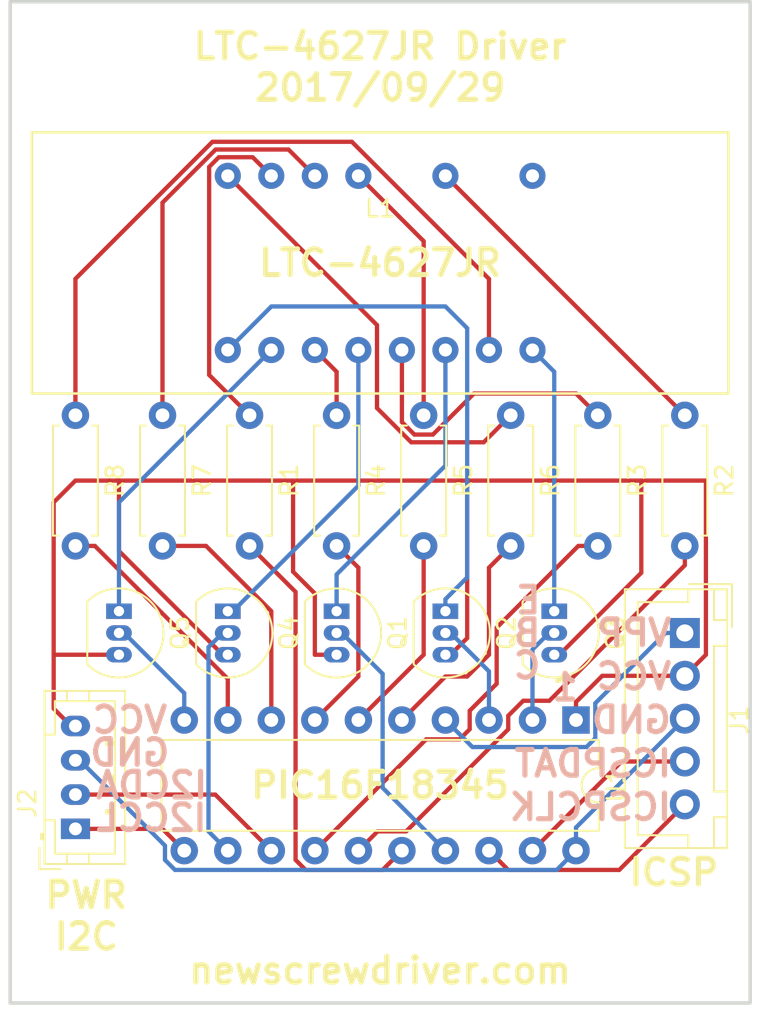
<source format=kicad_pcb>
(kicad_pcb (version 20170920) (host pcbnew no-vcs-found-6e440ff~60~ubuntu17.04.1)

  (general
    (thickness 1.6)
    (drawings 24)
    (tracks 176)
    (zones 0)
    (modules 21)
    (nets 34)
  )

  (page USLetter)
  (title_block
    (title "LTC-4627JR+PIC I2C Driver Board")
    (date 2017-09-28)
    (comment 1 "Through Hole")
  )

  (layers
    (0 F.Cu signal)
    (31 B.Cu signal)
    (32 B.Adhes user hide)
    (33 F.Adhes user hide)
    (34 B.Paste user hide)
    (35 F.Paste user hide)
    (36 B.SilkS user)
    (37 F.SilkS user)
    (38 B.Mask user)
    (39 F.Mask user)
    (40 Dwgs.User user hide)
    (41 Cmts.User user hide)
    (42 Eco1.User user hide)
    (43 Eco2.User user hide)
    (44 Edge.Cuts user)
    (45 Margin user hide)
    (46 B.CrtYd user hide)
    (47 F.CrtYd user hide)
    (48 B.Fab user hide)
    (49 F.Fab user)
  )

  (setup
    (last_trace_width 0.25)
    (trace_clearance 0.2)
    (zone_clearance 0.508)
    (zone_45_only no)
    (trace_min 0.2)
    (segment_width 0.2)
    (edge_width 0.15)
    (via_size 0.8)
    (via_drill 0.4)
    (via_min_size 0.4)
    (via_min_drill 0.3)
    (uvia_size 0.3)
    (uvia_drill 0.1)
    (uvias_allowed no)
    (uvia_min_size 0.2)
    (uvia_min_drill 0.1)
    (pcb_text_width 0.3)
    (pcb_text_size 1.5 1.5)
    (mod_edge_width 0.15)
    (mod_text_size 1 1)
    (mod_text_width 0.15)
    (pad_size 1.524 1.524)
    (pad_drill 0.762)
    (pad_to_mask_clearance 0.2)
    (aux_axis_origin 0 0)
    (visible_elements FFFFFF7F)
    (pcbplotparams
      (layerselection 0x00030_ffffffff)
      (usegerberextensions false)
      (usegerberattributes true)
      (usegerberadvancedattributes true)
      (creategerberjobfile true)
      (excludeedgelayer true)
      (linewidth 0.100000)
      (plotframeref false)
      (viasonmask false)
      (mode 1)
      (useauxorigin false)
      (hpglpennumber 1)
      (hpglpenspeed 20)
      (hpglpendiameter 15)
      (psnegative false)
      (psa4output false)
      (plotreference true)
      (plotvalue true)
      (plotinvisibletext false)
      (padsonsilk false)
      (subtractmaskfromsilk false)
      (outputformat 1)
      (mirror false)
      (drillshape 1)
      (scaleselection 1)
      (outputdirectory ""))
  )

  (net 0 "")
  (net 1 /ICSPCLK)
  (net 2 /ICSPDAT)
  (net 3 GND)
  (net 4 VCC)
  (net 5 /VPP)
  (net 6 /I2CDA)
  (net 7 "Net-(L1-Pad16)")
  (net 8 "Net-(L1-Pad15)")
  (net 9 "Net-(L1-Pad14)")
  (net 10 "Net-(L1-Pad13)")
  (net 11 "Net-(L1-Pad11)")
  (net 12 /DIG_4)
  (net 13 "Net-(L1-Pad7)")
  (net 14 /DIG_3)
  (net 15 "Net-(L1-Pad5)")
  (net 16 /DIG_L)
  (net 17 "Net-(L1-Pad3)")
  (net 18 /DIG_2)
  (net 19 /DIG_1)
  (net 20 "Net-(Q1-Pad2)")
  (net 21 "Net-(Q2-Pad2)")
  (net 22 "Net-(Q3-Pad2)")
  (net 23 "Net-(Q4-Pad2)")
  (net 24 "Net-(Q5-Pad2)")
  (net 25 "Net-(R1-Pad2)")
  (net 26 "Net-(R2-Pad2)")
  (net 27 "Net-(R3-Pad2)")
  (net 28 "Net-(R4-Pad2)")
  (net 29 "Net-(R5-Pad2)")
  (net 30 "Net-(R6-Pad2)")
  (net 31 "Net-(R7-Pad2)")
  (net 32 "Net-(R8-Pad2)")
  (net 33 /I2CCL)

  (net_class Default "This is the default net class."
    (clearance 0.2)
    (trace_width 0.25)
    (via_dia 0.8)
    (via_drill 0.4)
    (uvia_dia 0.3)
    (uvia_drill 0.1)
    (add_net /DIG_1)
    (add_net /DIG_2)
    (add_net /DIG_3)
    (add_net /DIG_4)
    (add_net /DIG_L)
    (add_net /I2CCL)
    (add_net /I2CDA)
    (add_net /ICSPCLK)
    (add_net /ICSPDAT)
    (add_net /VPP)
    (add_net GND)
    (add_net "Net-(L1-Pad11)")
    (add_net "Net-(L1-Pad13)")
    (add_net "Net-(L1-Pad14)")
    (add_net "Net-(L1-Pad15)")
    (add_net "Net-(L1-Pad16)")
    (add_net "Net-(L1-Pad3)")
    (add_net "Net-(L1-Pad5)")
    (add_net "Net-(L1-Pad7)")
    (add_net "Net-(Q1-Pad2)")
    (add_net "Net-(Q2-Pad2)")
    (add_net "Net-(Q3-Pad2)")
    (add_net "Net-(Q4-Pad2)")
    (add_net "Net-(Q5-Pad2)")
    (add_net "Net-(R1-Pad2)")
    (add_net "Net-(R2-Pad2)")
    (add_net "Net-(R3-Pad2)")
    (add_net "Net-(R4-Pad2)")
    (add_net "Net-(R5-Pad2)")
    (add_net "Net-(R6-Pad2)")
    (add_net "Net-(R7-Pad2)")
    (add_net "Net-(R8-Pad2)")
    (add_net VCC)
  )

  (module Mounting_Holes:MountingHole_3.2mm_M3 (layer F.Cu) (tedit 59CF2D1E) (tstamp 59CF640A)
    (at 116.84 133.35)
    (descr "Mounting Hole 3.2mm, no annular, M3")
    (tags "mounting hole 3.2mm no annular m3")
    (attr virtual)
    (fp_text reference H4 (at 0 -4.2) (layer F.SilkS) hide
      (effects (font (size 1 1) (thickness 0.15)))
    )
    (fp_text value MountingHole_3.2mm_M3 (at 0 4.2) (layer F.Fab)
      (effects (font (size 1 1) (thickness 0.15)))
    )
    (fp_text user %R (at 0.3 0) (layer F.Fab)
      (effects (font (size 1 1) (thickness 0.15)))
    )
    (fp_circle (center 0 0) (end 3.2 0) (layer Cmts.User) (width 0.15))
    (fp_circle (center 0 0) (end 3.45 0) (layer F.CrtYd) (width 0.05))
    (pad 1 np_thru_hole circle (at 0 0) (size 3.2 3.2) (drill 3.2) (layers *.Cu *.Mask))
  )

  (module Mounting_Holes:MountingHole_3.2mm_M3 (layer F.Cu) (tedit 59CF2D15) (tstamp 59CF6407)
    (at 142.24 133.35)
    (descr "Mounting Hole 3.2mm, no annular, M3")
    (tags "mounting hole 3.2mm no annular m3")
    (attr virtual)
    (fp_text reference H3 (at 0 -4.2) (layer F.SilkS) hide
      (effects (font (size 1 1) (thickness 0.15)))
    )
    (fp_text value MountingHole_3.2mm_M3 (at 0 4.2) (layer F.Fab)
      (effects (font (size 1 1) (thickness 0.15)))
    )
    (fp_text user %R (at 0.3 0) (layer F.Fab)
      (effects (font (size 1 1) (thickness 0.15)))
    )
    (fp_circle (center 0 0) (end 3.2 0) (layer Cmts.User) (width 0.15))
    (fp_circle (center 0 0) (end 3.45 0) (layer F.CrtYd) (width 0.05))
    (pad 1 np_thru_hole circle (at 0 0) (size 3.2 3.2) (drill 3.2) (layers *.Cu *.Mask))
  )

  (module Mounting_Holes:MountingHole_3.2mm_M3 (layer F.Cu) (tedit 59CF2CF9) (tstamp 59CF6404)
    (at 116.84 82.55)
    (descr "Mounting Hole 3.2mm, no annular, M3")
    (tags "mounting hole 3.2mm no annular m3")
    (attr virtual)
    (fp_text reference H2 (at 0 -4.2) (layer F.SilkS) hide
      (effects (font (size 1 1) (thickness 0.15)))
    )
    (fp_text value MountingHole_3.2mm_M3 (at 0 4.2) (layer F.Fab)
      (effects (font (size 1 1) (thickness 0.15)))
    )
    (fp_text user %R (at 0.3 0) (layer F.Fab)
      (effects (font (size 1 1) (thickness 0.15)))
    )
    (fp_circle (center 0 0) (end 3.2 0) (layer Cmts.User) (width 0.15))
    (fp_circle (center 0 0) (end 3.45 0) (layer F.CrtYd) (width 0.05))
    (pad 1 np_thru_hole circle (at 0 0) (size 3.2 3.2) (drill 3.2) (layers *.Cu *.Mask))
  )

  (module Mounting_Holes:MountingHole_3.2mm_M3 (layer F.Cu) (tedit 59CF2CEE) (tstamp 59CF6401)
    (at 142.24 82.55)
    (descr "Mounting Hole 3.2mm, no annular, M3")
    (tags "mounting hole 3.2mm no annular m3")
    (attr virtual)
    (fp_text reference H1 (at 0 -4.2) (layer F.SilkS) hide
      (effects (font (size 1 1) (thickness 0.15)))
    )
    (fp_text value MountingHole_3.2mm_M3 (at 0 4.2) (layer F.Fab)
      (effects (font (size 1 1) (thickness 0.15)))
    )
    (fp_text user %R (at 0.3 0) (layer F.Fab)
      (effects (font (size 1 1) (thickness 0.15)))
    )
    (fp_circle (center 0 0) (end 3.2 0) (layer Cmts.User) (width 0.15))
    (fp_circle (center 0 0) (end 3.45 0) (layer F.CrtYd) (width 0.05))
    (pad 1 np_thru_hole circle (at 0 0) (size 3.2 3.2) (drill 3.2) (layers *.Cu *.Mask))
  )

  (module LTC-4627JR:LTC-4627JR (layer F.Cu) (tedit 59CCAA96) (tstamp 59CD5527)
    (at 129.54 93.98)
    (path /59CC84A7)
    (fp_text reference L1 (at 0 -3.175) (layer F.SilkS)
      (effects (font (size 1 1) (thickness 0.15)))
    )
    (fp_text value LTC-4627JR (at 0 -11.43) (layer F.Fab)
      (effects (font (size 1 1) (thickness 0.15)))
    )
    (fp_line (start -20.32 7.62) (end -20.32 -7.62) (layer F.SilkS) (width 0.15))
    (fp_line (start 20.32 7.62) (end -20.32 7.62) (layer F.SilkS) (width 0.15))
    (fp_line (start 20.32 -7.62) (end 20.32 7.62) (layer F.SilkS) (width 0.15))
    (fp_line (start -20.32 -7.62) (end 20.32 -7.62) (layer F.SilkS) (width 0.15))
    (pad 16 thru_hole circle (at -8.89 -5.08) (size 1.524 1.524) (drill 0.762) (layers *.Cu *.Mask)
      (net 7 "Net-(L1-Pad16)"))
    (pad 15 thru_hole circle (at -6.35 -5.08) (size 1.524 1.524) (drill 0.762) (layers *.Cu *.Mask)
      (net 8 "Net-(L1-Pad15)"))
    (pad 14 thru_hole circle (at -3.81 -5.08) (size 1.524 1.524) (drill 0.762) (layers *.Cu *.Mask)
      (net 9 "Net-(L1-Pad14)"))
    (pad 13 thru_hole circle (at -1.27 -5.08) (size 1.524 1.524) (drill 0.762) (layers *.Cu *.Mask)
      (net 10 "Net-(L1-Pad13)"))
    (pad 11 thru_hole circle (at 3.81 -5.08) (size 1.524 1.524) (drill 0.762) (layers *.Cu *.Mask)
      (net 11 "Net-(L1-Pad11)"))
    (pad 9 thru_hole circle (at 8.89 -5.08) (size 1.524 1.524) (drill 0.762) (layers *.Cu *.Mask))
    (pad 8 thru_hole circle (at 8.89 5.08) (size 1.524 1.524) (drill 0.762) (layers *.Cu *.Mask)
      (net 12 /DIG_4))
    (pad 7 thru_hole circle (at 6.35 5.08) (size 1.524 1.524) (drill 0.762) (layers *.Cu *.Mask)
      (net 13 "Net-(L1-Pad7)"))
    (pad 6 thru_hole circle (at 3.81 5.08) (size 1.524 1.524) (drill 0.762) (layers *.Cu *.Mask)
      (net 14 /DIG_3))
    (pad 5 thru_hole circle (at 1.27 5.08) (size 1.524 1.524) (drill 0.762) (layers *.Cu *.Mask)
      (net 15 "Net-(L1-Pad5)"))
    (pad 4 thru_hole circle (at -1.27 5.08) (size 1.524 1.524) (drill 0.762) (layers *.Cu *.Mask)
      (net 16 /DIG_L))
    (pad 3 thru_hole circle (at -3.81 5.08) (size 1.524 1.524) (drill 0.762) (layers *.Cu *.Mask)
      (net 17 "Net-(L1-Pad3)"))
    (pad 2 thru_hole circle (at -6.35 5.08) (size 1.524 1.524) (drill 0.762) (layers *.Cu *.Mask)
      (net 18 /DIG_2))
    (pad 1 thru_hole circle (at -8.89 5.08) (size 1.524 1.524) (drill 0.762) (layers *.Cu *.Mask)
      (net 19 /DIG_1))
  )

  (module Housings_DIP:DIP-20_W7.62mm (layer F.Cu) (tedit 59C78D6B) (tstamp 59CD5659)
    (at 140.97 120.65 270)
    (descr "20-lead though-hole mounted DIP package, row spacing 7.62 mm (300 mils)")
    (tags "THT DIP DIL PDIP 2.54mm 7.62mm 300mil")
    (path /59CC449B)
    (fp_text reference U1 (at 3.81 -2.33 270) (layer F.SilkS)
      (effects (font (size 1 1) (thickness 0.15)))
    )
    (fp_text value PIC16F18344-P (at 3.81 25.19 270) (layer F.Fab)
      (effects (font (size 1 1) (thickness 0.15)))
    )
    (fp_text user %R (at 3.81 11.43 270) (layer F.Fab)
      (effects (font (size 1 1) (thickness 0.15)))
    )
    (fp_line (start 8.7 -1.55) (end -1.1 -1.55) (layer F.CrtYd) (width 0.05))
    (fp_line (start 8.7 24.4) (end 8.7 -1.55) (layer F.CrtYd) (width 0.05))
    (fp_line (start -1.1 24.4) (end 8.7 24.4) (layer F.CrtYd) (width 0.05))
    (fp_line (start -1.1 -1.55) (end -1.1 24.4) (layer F.CrtYd) (width 0.05))
    (fp_line (start 6.46 -1.33) (end 4.81 -1.33) (layer F.SilkS) (width 0.12))
    (fp_line (start 6.46 24.19) (end 6.46 -1.33) (layer F.SilkS) (width 0.12))
    (fp_line (start 1.16 24.19) (end 6.46 24.19) (layer F.SilkS) (width 0.12))
    (fp_line (start 1.16 -1.33) (end 1.16 24.19) (layer F.SilkS) (width 0.12))
    (fp_line (start 2.81 -1.33) (end 1.16 -1.33) (layer F.SilkS) (width 0.12))
    (fp_line (start 0.635 -0.27) (end 1.635 -1.27) (layer F.Fab) (width 0.1))
    (fp_line (start 0.635 24.13) (end 0.635 -0.27) (layer F.Fab) (width 0.1))
    (fp_line (start 6.985 24.13) (end 0.635 24.13) (layer F.Fab) (width 0.1))
    (fp_line (start 6.985 -1.27) (end 6.985 24.13) (layer F.Fab) (width 0.1))
    (fp_line (start 1.635 -1.27) (end 6.985 -1.27) (layer F.Fab) (width 0.1))
    (fp_arc (start 3.81 -1.33) (end 2.81 -1.33) (angle -180) (layer F.SilkS) (width 0.12))
    (pad 20 thru_hole oval (at 7.62 0 270) (size 1.6 1.6) (drill 0.8) (layers *.Cu *.Mask)
      (net 3 GND))
    (pad 10 thru_hole oval (at 0 22.86 270) (size 1.6 1.6) (drill 0.8) (layers *.Cu *.Mask)
      (net 24 "Net-(Q5-Pad2)"))
    (pad 19 thru_hole oval (at 7.62 2.54 270) (size 1.6 1.6) (drill 0.8) (layers *.Cu *.Mask)
      (net 2 /ICSPDAT))
    (pad 9 thru_hole oval (at 0 20.32 270) (size 1.6 1.6) (drill 0.8) (layers *.Cu *.Mask)
      (net 32 "Net-(R8-Pad2)"))
    (pad 18 thru_hole oval (at 7.62 5.08 270) (size 1.6 1.6) (drill 0.8) (layers *.Cu *.Mask)
      (net 1 /ICSPCLK))
    (pad 8 thru_hole oval (at 0 17.78 270) (size 1.6 1.6) (drill 0.8) (layers *.Cu *.Mask)
      (net 31 "Net-(R7-Pad2)"))
    (pad 17 thru_hole oval (at 7.62 7.62 270) (size 1.6 1.6) (drill 0.8) (layers *.Cu *.Mask)
      (net 20 "Net-(Q1-Pad2)"))
    (pad 7 thru_hole oval (at 0 15.24 270) (size 1.6 1.6) (drill 0.8) (layers *.Cu *.Mask)
      (net 28 "Net-(R4-Pad2)"))
    (pad 16 thru_hole oval (at 7.62 10.16 270) (size 1.6 1.6) (drill 0.8) (layers *.Cu *.Mask)
      (net 25 "Net-(R1-Pad2)"))
    (pad 6 thru_hole oval (at 0 12.7 270) (size 1.6 1.6) (drill 0.8) (layers *.Cu *.Mask)
      (net 29 "Net-(R5-Pad2)"))
    (pad 15 thru_hole oval (at 7.62 12.7 270) (size 1.6 1.6) (drill 0.8) (layers *.Cu *.Mask)
      (net 26 "Net-(R2-Pad2)"))
    (pad 5 thru_hole oval (at 0 10.16 270) (size 1.6 1.6) (drill 0.8) (layers *.Cu *.Mask)
      (net 30 "Net-(R6-Pad2)"))
    (pad 14 thru_hole oval (at 7.62 15.24 270) (size 1.6 1.6) (drill 0.8) (layers *.Cu *.Mask)
      (net 27 "Net-(R3-Pad2)"))
    (pad 4 thru_hole oval (at 0 7.62 270) (size 1.6 1.6) (drill 0.8) (layers *.Cu *.Mask)
      (net 5 /VPP))
    (pad 13 thru_hole oval (at 7.62 17.78 270) (size 1.6 1.6) (drill 0.8) (layers *.Cu *.Mask)
      (net 6 /I2CDA))
    (pad 3 thru_hole oval (at 0 5.08 270) (size 1.6 1.6) (drill 0.8) (layers *.Cu *.Mask)
      (net 21 "Net-(Q2-Pad2)"))
    (pad 12 thru_hole oval (at 7.62 20.32 270) (size 1.6 1.6) (drill 0.8) (layers *.Cu *.Mask)
      (net 23 "Net-(Q4-Pad2)"))
    (pad 2 thru_hole oval (at 0 2.54 270) (size 1.6 1.6) (drill 0.8) (layers *.Cu *.Mask)
      (net 22 "Net-(Q3-Pad2)"))
    (pad 11 thru_hole oval (at 7.62 22.86 270) (size 1.6 1.6) (drill 0.8) (layers *.Cu *.Mask)
      (net 33 /I2CCL))
    (pad 1 thru_hole rect (at 0 0 270) (size 1.6 1.6) (drill 0.8) (layers *.Cu *.Mask)
      (net 4 VCC))
    (model ${KISYS3DMOD}/Housings_DIP.3dshapes/DIP-20_W7.62mm.wrl
      (at (xyz 0 0 0))
      (scale (xyz 1 1 1))
      (rotate (xyz 0 0 0))
    )
  )

  (module TO_SOT_Packages_THT:TO-92_Inline_Narrow_Oval (layer F.Cu) (tedit 59CD8565) (tstamp 59CD556F)
    (at 120.65 114.3 270)
    (descr "TO-92 leads in-line, narrow, oval pads, drill 0.6mm (see NXP sot054_po.pdf)")
    (tags "to-92 sc-43 sc-43a sot54 PA33 transistor")
    (path /59CC63E8)
    (fp_text reference Q4 (at 1.27 -3.56 270) (layer F.SilkS)
      (effects (font (size 1 1) (thickness 0.15)))
    )
    (fp_text value Q_NPN_EBC (at 1.27 2.79 270) (layer F.Fab)
      (effects (font (size 1 1) (thickness 0.15)))
    )
    (fp_text user %R (at 1.27 -3.56 270) (layer F.Fab)
      (effects (font (size 1 1) (thickness 0.15)))
    )
    (fp_line (start -0.53 1.85) (end 3.07 1.85) (layer F.SilkS) (width 0.12))
    (fp_line (start -0.5 1.75) (end 3 1.75) (layer F.Fab) (width 0.1))
    (fp_line (start -1.46 -2.73) (end 4 -2.73) (layer F.CrtYd) (width 0.05))
    (fp_line (start -1.46 -2.73) (end -1.46 2.01) (layer F.CrtYd) (width 0.05))
    (fp_line (start 4 2.01) (end 4 -2.73) (layer F.CrtYd) (width 0.05))
    (fp_line (start 4 2.01) (end -1.46 2.01) (layer F.CrtYd) (width 0.05))
    (fp_arc (start 1.27 0) (end 1.27 -2.48) (angle 135) (layer F.Fab) (width 0.1))
    (fp_arc (start 1.27 0) (end 1.27 -2.6) (angle -135) (layer F.SilkS) (width 0.12))
    (fp_arc (start 1.27 0) (end 1.27 -2.48) (angle -135) (layer F.Fab) (width 0.1))
    (fp_arc (start 1.27 0) (end 1.27 -2.6) (angle 135) (layer F.SilkS) (width 0.12))
    (pad 2 thru_hole oval (at 1.27 0 90) (size 0.9 1.5) (drill 0.6) (layers *.Cu *.Mask)
      (net 23 "Net-(Q4-Pad2)"))
    (pad 3 thru_hole oval (at 2.54 0 90) (size 0.9 1.5) (drill 0.6) (layers *.Cu *.Mask)
      (net 4 VCC))
    (pad 1 thru_hole rect (at 0 0 90) (size 0.9 1.5) (drill 0.6) (layers *.Cu *.Mask)
      (net 16 /DIG_L))
    (model ${KISYS3DMOD}/TO_SOT_Packages_THT.3dshapes/TO-92_Inline_Narrow_Oval.wrl
      (at (xyz 0.05 0 0))
      (scale (xyz 1 1 1))
      (rotate (xyz 0 0 -90))
    )
  )

  (module Connectors_JST:JST_XH_B05B-XH-A_05x2.50mm_Straight (layer F.Cu) (tedit 59CCBEC4) (tstamp 59CD54DD)
    (at 147.32 115.57 270)
    (descr "JST XH series connector, B05B-XH-A, top entry type, through hole")
    (tags "connector jst xh tht top vertical 2.50mm")
    (path /59CC3EBA)
    (fp_text reference J1 (at 5.08 -3.175 270) (layer F.SilkS)
      (effects (font (size 1 1) (thickness 0.15)))
    )
    (fp_text value Conn_01x05_Male (at 5 4.5 270) (layer F.Fab)
      (effects (font (size 1 1) (thickness 0.15)))
    )
    (fp_text user %R (at 5 2.5 270) (layer F.Fab)
      (effects (font (size 1 1) (thickness 0.15)))
    )
    (fp_line (start -2.85 -2.75) (end -2.85 -0.25) (layer F.Fab) (width 0.1))
    (fp_line (start -0.35 -2.75) (end -2.85 -2.75) (layer F.Fab) (width 0.1))
    (fp_line (start -2.85 -2.75) (end -2.85 -0.25) (layer F.SilkS) (width 0.12))
    (fp_line (start -0.35 -2.75) (end -2.85 -2.75) (layer F.SilkS) (width 0.12))
    (fp_line (start 11.8 2.75) (end 5 2.75) (layer F.SilkS) (width 0.12))
    (fp_line (start 11.8 -0.2) (end 11.8 2.75) (layer F.SilkS) (width 0.12))
    (fp_line (start 12.55 -0.2) (end 11.8 -0.2) (layer F.SilkS) (width 0.12))
    (fp_line (start -1.8 2.75) (end 5 2.75) (layer F.SilkS) (width 0.12))
    (fp_line (start -1.8 -0.2) (end -1.8 2.75) (layer F.SilkS) (width 0.12))
    (fp_line (start -2.55 -0.2) (end -1.8 -0.2) (layer F.SilkS) (width 0.12))
    (fp_line (start 12.55 -2.45) (end 10.75 -2.45) (layer F.SilkS) (width 0.12))
    (fp_line (start 12.55 -1.7) (end 12.55 -2.45) (layer F.SilkS) (width 0.12))
    (fp_line (start 10.75 -1.7) (end 12.55 -1.7) (layer F.SilkS) (width 0.12))
    (fp_line (start 10.75 -2.45) (end 10.75 -1.7) (layer F.SilkS) (width 0.12))
    (fp_line (start -0.75 -2.45) (end -2.55 -2.45) (layer F.SilkS) (width 0.12))
    (fp_line (start -0.75 -1.7) (end -0.75 -2.45) (layer F.SilkS) (width 0.12))
    (fp_line (start -2.55 -1.7) (end -0.75 -1.7) (layer F.SilkS) (width 0.12))
    (fp_line (start -2.55 -2.45) (end -2.55 -1.7) (layer F.SilkS) (width 0.12))
    (fp_line (start 9.25 -2.45) (end 0.75 -2.45) (layer F.SilkS) (width 0.12))
    (fp_line (start 9.25 -1.7) (end 9.25 -2.45) (layer F.SilkS) (width 0.12))
    (fp_line (start 0.75 -1.7) (end 9.25 -1.7) (layer F.SilkS) (width 0.12))
    (fp_line (start 0.75 -2.45) (end 0.75 -1.7) (layer F.SilkS) (width 0.12))
    (fp_line (start 12.55 -2.45) (end -2.55 -2.45) (layer F.SilkS) (width 0.12))
    (fp_line (start 12.55 3.5) (end 12.55 -2.45) (layer F.SilkS) (width 0.12))
    (fp_line (start -2.55 3.5) (end 12.55 3.5) (layer F.SilkS) (width 0.12))
    (fp_line (start -2.55 -2.45) (end -2.55 3.5) (layer F.SilkS) (width 0.12))
    (fp_line (start 12.95 -2.85) (end -2.95 -2.85) (layer F.CrtYd) (width 0.05))
    (fp_line (start 12.95 3.9) (end 12.95 -2.85) (layer F.CrtYd) (width 0.05))
    (fp_line (start -2.95 3.9) (end 12.95 3.9) (layer F.CrtYd) (width 0.05))
    (fp_line (start -2.95 -2.85) (end -2.95 3.9) (layer F.CrtYd) (width 0.05))
    (fp_line (start 12.45 -2.35) (end -2.45 -2.35) (layer F.Fab) (width 0.1))
    (fp_line (start 12.45 3.4) (end 12.45 -2.35) (layer F.Fab) (width 0.1))
    (fp_line (start -2.45 3.4) (end 12.45 3.4) (layer F.Fab) (width 0.1))
    (fp_line (start -2.45 -2.35) (end -2.45 3.4) (layer F.Fab) (width 0.1))
    (pad 5 thru_hole circle (at 10 0 270) (size 1.75 1.75) (drill 1) (layers *.Cu *.Mask)
      (net 1 /ICSPCLK))
    (pad 4 thru_hole circle (at 7.5 0 270) (size 1.75 1.75) (drill 1) (layers *.Cu *.Mask)
      (net 2 /ICSPDAT))
    (pad 3 thru_hole circle (at 5 0 270) (size 1.75 1.75) (drill 1) (layers *.Cu *.Mask)
      (net 3 GND))
    (pad 2 thru_hole circle (at 2.5 0 270) (size 1.75 1.75) (drill 1) (layers *.Cu *.Mask)
      (net 4 VCC))
    (pad 1 thru_hole rect (at 0 0 270) (size 1.75 1.75) (drill 1) (layers *.Cu *.Mask)
      (net 5 /VPP))
    (model Connectors_JST.3dshapes/JST_XH_B05B-XH-A_05x2.50mm_Straight.wrl
      (at (xyz 0 0 0))
      (scale (xyz 1 1 1))
      (rotate (xyz 0 0 0))
    )
  )

  (module Connectors_JST:JST_PH_B4B-PH-K_04x2.00mm_Straight (layer F.Cu) (tedit 58D3FE4F) (tstamp 59CD5511)
    (at 111.76 127 90)
    (descr "JST PH series connector, B4B-PH-K, top entry type, through hole, Datasheet: http://www.jst-mfg.com/product/pdf/eng/ePH.pdf")
    (tags "connector jst ph")
    (path /59CC41F4)
    (fp_text reference J2 (at 1.5 -2.8 90) (layer F.SilkS)
      (effects (font (size 1 1) (thickness 0.15)))
    )
    (fp_text value Conn_01x04 (at 3 3.8 90) (layer F.Fab)
      (effects (font (size 1 1) (thickness 0.15)))
    )
    (fp_text user %R (at 3 1.5 90) (layer F.Fab)
      (effects (font (size 1 1) (thickness 0.15)))
    )
    (fp_line (start 8.45 -2.2) (end -2.45 -2.2) (layer F.CrtYd) (width 0.05))
    (fp_line (start 8.45 3.3) (end 8.45 -2.2) (layer F.CrtYd) (width 0.05))
    (fp_line (start -2.45 3.3) (end 8.45 3.3) (layer F.CrtYd) (width 0.05))
    (fp_line (start -2.45 -2.2) (end -2.45 3.3) (layer F.CrtYd) (width 0.05))
    (fp_line (start 7.95 -1.7) (end -1.95 -1.7) (layer F.Fab) (width 0.1))
    (fp_line (start 7.95 2.8) (end 7.95 -1.7) (layer F.Fab) (width 0.1))
    (fp_line (start -1.95 2.8) (end 7.95 2.8) (layer F.Fab) (width 0.1))
    (fp_line (start -1.95 -1.7) (end -1.95 2.8) (layer F.Fab) (width 0.1))
    (fp_line (start -2.35 -2.1) (end -2.35 -0.85) (layer F.Fab) (width 0.1))
    (fp_line (start -1.1 -2.1) (end -2.35 -2.1) (layer F.Fab) (width 0.1))
    (fp_line (start -2.35 -2.1) (end -2.35 -0.85) (layer F.SilkS) (width 0.12))
    (fp_line (start -1.1 -2.1) (end -2.35 -2.1) (layer F.SilkS) (width 0.12))
    (fp_line (start 5 2.3) (end 5 1.8) (layer F.SilkS) (width 0.12))
    (fp_line (start 5.1 1.8) (end 5.1 2.3) (layer F.SilkS) (width 0.12))
    (fp_line (start 4.9 1.8) (end 5.1 1.8) (layer F.SilkS) (width 0.12))
    (fp_line (start 4.9 2.3) (end 4.9 1.8) (layer F.SilkS) (width 0.12))
    (fp_line (start 3 2.3) (end 3 1.8) (layer F.SilkS) (width 0.12))
    (fp_line (start 3.1 1.8) (end 3.1 2.3) (layer F.SilkS) (width 0.12))
    (fp_line (start 2.9 1.8) (end 3.1 1.8) (layer F.SilkS) (width 0.12))
    (fp_line (start 2.9 2.3) (end 2.9 1.8) (layer F.SilkS) (width 0.12))
    (fp_line (start 1 2.3) (end 1 1.8) (layer F.SilkS) (width 0.12))
    (fp_line (start 1.1 1.8) (end 1.1 2.3) (layer F.SilkS) (width 0.12))
    (fp_line (start 0.9 1.8) (end 1.1 1.8) (layer F.SilkS) (width 0.12))
    (fp_line (start 0.9 2.3) (end 0.9 1.8) (layer F.SilkS) (width 0.12))
    (fp_line (start -0.3 -1.9) (end -0.6 -1.9) (layer F.SilkS) (width 0.12))
    (fp_line (start -0.6 -2) (end -0.6 -1.8) (layer F.SilkS) (width 0.12))
    (fp_line (start -0.3 -2) (end -0.6 -2) (layer F.SilkS) (width 0.12))
    (fp_line (start -0.3 -1.8) (end -0.3 -2) (layer F.SilkS) (width 0.12))
    (fp_line (start 8.05 0.8) (end 7.45 0.8) (layer F.SilkS) (width 0.12))
    (fp_line (start 8.05 -0.5) (end 7.45 -0.5) (layer F.SilkS) (width 0.12))
    (fp_line (start -2.05 0.8) (end -1.45 0.8) (layer F.SilkS) (width 0.12))
    (fp_line (start -2.05 -0.5) (end -1.45 -0.5) (layer F.SilkS) (width 0.12))
    (fp_line (start 5.5 -1.2) (end 5.5 -1.8) (layer F.SilkS) (width 0.12))
    (fp_line (start 7.45 -1.2) (end 5.5 -1.2) (layer F.SilkS) (width 0.12))
    (fp_line (start 7.45 2.3) (end 7.45 -1.2) (layer F.SilkS) (width 0.12))
    (fp_line (start -1.45 2.3) (end 7.45 2.3) (layer F.SilkS) (width 0.12))
    (fp_line (start -1.45 -1.2) (end -1.45 2.3) (layer F.SilkS) (width 0.12))
    (fp_line (start 0.5 -1.2) (end -1.45 -1.2) (layer F.SilkS) (width 0.12))
    (fp_line (start 0.5 -1.8) (end 0.5 -1.2) (layer F.SilkS) (width 0.12))
    (fp_line (start 8.05 -1.8) (end -2.05 -1.8) (layer F.SilkS) (width 0.12))
    (fp_line (start 8.05 2.9) (end 8.05 -1.8) (layer F.SilkS) (width 0.12))
    (fp_line (start -2.05 2.9) (end 8.05 2.9) (layer F.SilkS) (width 0.12))
    (fp_line (start -2.05 -1.8) (end -2.05 2.9) (layer F.SilkS) (width 0.12))
    (pad 4 thru_hole oval (at 6 0 90) (size 1.2 1.7) (drill 0.75) (layers *.Cu *.Mask)
      (net 4 VCC))
    (pad 3 thru_hole oval (at 4 0 90) (size 1.2 1.7) (drill 0.75) (layers *.Cu *.Mask)
      (net 3 GND))
    (pad 2 thru_hole oval (at 2 0 90) (size 1.2 1.7) (drill 0.75) (layers *.Cu *.Mask)
      (net 6 /I2CDA))
    (pad 1 thru_hole rect (at 0 0 90) (size 1.2 1.7) (drill 0.75) (layers *.Cu *.Mask)
      (net 33 /I2CCL))
    (model ${KISYS3DMOD}/Connectors_JST.3dshapes/JST_PH_B4B-PH-K_04x2.00mm_Straight.wrl
      (at (xyz 0 0 0))
      (scale (xyz 1 1 1))
      (rotate (xyz 0 0 0))
    )
  )

  (module TO_SOT_Packages_THT:TO-92_Inline_Narrow_Oval (layer F.Cu) (tedit 58CE52AF) (tstamp 59CD5539)
    (at 127 114.3 270)
    (descr "TO-92 leads in-line, narrow, oval pads, drill 0.6mm (see NXP sot054_po.pdf)")
    (tags "to-92 sc-43 sc-43a sot54 PA33 transistor")
    (path /59CC6D38)
    (fp_text reference Q1 (at 1.27 -3.56 270) (layer F.SilkS)
      (effects (font (size 1 1) (thickness 0.15)))
    )
    (fp_text value Q_NPN_EBC (at 1.27 2.79 270) (layer F.Fab)
      (effects (font (size 1 1) (thickness 0.15)))
    )
    (fp_arc (start 1.27 0) (end 1.27 -2.6) (angle 135) (layer F.SilkS) (width 0.12))
    (fp_arc (start 1.27 0) (end 1.27 -2.48) (angle -135) (layer F.Fab) (width 0.1))
    (fp_arc (start 1.27 0) (end 1.27 -2.6) (angle -135) (layer F.SilkS) (width 0.12))
    (fp_arc (start 1.27 0) (end 1.27 -2.48) (angle 135) (layer F.Fab) (width 0.1))
    (fp_line (start 4 2.01) (end -1.46 2.01) (layer F.CrtYd) (width 0.05))
    (fp_line (start 4 2.01) (end 4 -2.73) (layer F.CrtYd) (width 0.05))
    (fp_line (start -1.46 -2.73) (end -1.46 2.01) (layer F.CrtYd) (width 0.05))
    (fp_line (start -1.46 -2.73) (end 4 -2.73) (layer F.CrtYd) (width 0.05))
    (fp_line (start -0.5 1.75) (end 3 1.75) (layer F.Fab) (width 0.1))
    (fp_line (start -0.53 1.85) (end 3.07 1.85) (layer F.SilkS) (width 0.12))
    (fp_text user %R (at 1.27 -3.56 270) (layer F.Fab)
      (effects (font (size 1 1) (thickness 0.15)))
    )
    (pad 1 thru_hole rect (at 0 0 90) (size 0.9 1.5) (drill 0.6) (layers *.Cu *.Mask)
      (net 14 /DIG_3))
    (pad 3 thru_hole oval (at 2.54 0 90) (size 0.9 1.5) (drill 0.6) (layers *.Cu *.Mask)
      (net 4 VCC))
    (pad 2 thru_hole oval (at 1.27 0 90) (size 0.9 1.5) (drill 0.6) (layers *.Cu *.Mask)
      (net 20 "Net-(Q1-Pad2)"))
    (model ${KISYS3DMOD}/TO_SOT_Packages_THT.3dshapes/TO-92_Inline_Narrow_Oval.wrl
      (at (xyz 0.05 0 0))
      (scale (xyz 1 1 1))
      (rotate (xyz 0 0 -90))
    )
  )

  (module TO_SOT_Packages_THT:TO-92_Inline_Narrow_Oval (layer F.Cu) (tedit 58CE52AF) (tstamp 59CD554B)
    (at 133.35 114.3 270)
    (descr "TO-92 leads in-line, narrow, oval pads, drill 0.6mm (see NXP sot054_po.pdf)")
    (tags "to-92 sc-43 sc-43a sot54 PA33 transistor")
    (path /59CC64F4)
    (fp_text reference Q2 (at 1.27 -3.56 270) (layer F.SilkS)
      (effects (font (size 1 1) (thickness 0.15)))
    )
    (fp_text value Q_NPN_EBC (at 1.27 2.79 270) (layer F.Fab)
      (effects (font (size 1 1) (thickness 0.15)))
    )
    (fp_text user %R (at 1.27 -3.56 270) (layer F.Fab)
      (effects (font (size 1 1) (thickness 0.15)))
    )
    (fp_line (start -0.53 1.85) (end 3.07 1.85) (layer F.SilkS) (width 0.12))
    (fp_line (start -0.5 1.75) (end 3 1.75) (layer F.Fab) (width 0.1))
    (fp_line (start -1.46 -2.73) (end 4 -2.73) (layer F.CrtYd) (width 0.05))
    (fp_line (start -1.46 -2.73) (end -1.46 2.01) (layer F.CrtYd) (width 0.05))
    (fp_line (start 4 2.01) (end 4 -2.73) (layer F.CrtYd) (width 0.05))
    (fp_line (start 4 2.01) (end -1.46 2.01) (layer F.CrtYd) (width 0.05))
    (fp_arc (start 1.27 0) (end 1.27 -2.48) (angle 135) (layer F.Fab) (width 0.1))
    (fp_arc (start 1.27 0) (end 1.27 -2.6) (angle -135) (layer F.SilkS) (width 0.12))
    (fp_arc (start 1.27 0) (end 1.27 -2.48) (angle -135) (layer F.Fab) (width 0.1))
    (fp_arc (start 1.27 0) (end 1.27 -2.6) (angle 135) (layer F.SilkS) (width 0.12))
    (pad 2 thru_hole oval (at 1.27 0 90) (size 0.9 1.5) (drill 0.6) (layers *.Cu *.Mask)
      (net 21 "Net-(Q2-Pad2)"))
    (pad 3 thru_hole oval (at 2.54 0 90) (size 0.9 1.5) (drill 0.6) (layers *.Cu *.Mask)
      (net 4 VCC))
    (pad 1 thru_hole rect (at 0 0 90) (size 0.9 1.5) (drill 0.6) (layers *.Cu *.Mask)
      (net 19 /DIG_1))
    (model ${KISYS3DMOD}/TO_SOT_Packages_THT.3dshapes/TO-92_Inline_Narrow_Oval.wrl
      (at (xyz 0.05 0 0))
      (scale (xyz 1 1 1))
      (rotate (xyz 0 0 -90))
    )
  )

  (module TO_SOT_Packages_THT:TO-92_Inline_Narrow_Oval (layer F.Cu) (tedit 58CE52AF) (tstamp 59CD555D)
    (at 139.7 114.3 270)
    (descr "TO-92 leads in-line, narrow, oval pads, drill 0.6mm (see NXP sot054_po.pdf)")
    (tags "to-92 sc-43 sc-43a sot54 PA33 transistor")
    (path /59CC6495)
    (fp_text reference Q3 (at 1.27 -3.56 270) (layer F.SilkS)
      (effects (font (size 1 1) (thickness 0.15)))
    )
    (fp_text value Q_NPN_EBC (at 1.27 2.79 270) (layer F.Fab)
      (effects (font (size 1 1) (thickness 0.15)))
    )
    (fp_arc (start 1.27 0) (end 1.27 -2.6) (angle 135) (layer F.SilkS) (width 0.12))
    (fp_arc (start 1.27 0) (end 1.27 -2.48) (angle -135) (layer F.Fab) (width 0.1))
    (fp_arc (start 1.27 0) (end 1.27 -2.6) (angle -135) (layer F.SilkS) (width 0.12))
    (fp_arc (start 1.27 0) (end 1.27 -2.48) (angle 135) (layer F.Fab) (width 0.1))
    (fp_line (start 4 2.01) (end -1.46 2.01) (layer F.CrtYd) (width 0.05))
    (fp_line (start 4 2.01) (end 4 -2.73) (layer F.CrtYd) (width 0.05))
    (fp_line (start -1.46 -2.73) (end -1.46 2.01) (layer F.CrtYd) (width 0.05))
    (fp_line (start -1.46 -2.73) (end 4 -2.73) (layer F.CrtYd) (width 0.05))
    (fp_line (start -0.5 1.75) (end 3 1.75) (layer F.Fab) (width 0.1))
    (fp_line (start -0.53 1.85) (end 3.07 1.85) (layer F.SilkS) (width 0.12))
    (fp_text user %R (at 1.27 -3.56 270) (layer F.Fab)
      (effects (font (size 1 1) (thickness 0.15)))
    )
    (pad 1 thru_hole rect (at 0 0 90) (size 0.9 1.5) (drill 0.6) (layers *.Cu *.Mask)
      (net 12 /DIG_4))
    (pad 3 thru_hole oval (at 2.54 0 90) (size 0.9 1.5) (drill 0.6) (layers *.Cu *.Mask)
      (net 4 VCC))
    (pad 2 thru_hole oval (at 1.27 0 90) (size 0.9 1.5) (drill 0.6) (layers *.Cu *.Mask)
      (net 22 "Net-(Q3-Pad2)"))
    (model ${KISYS3DMOD}/TO_SOT_Packages_THT.3dshapes/TO-92_Inline_Narrow_Oval.wrl
      (at (xyz 0.05 0 0))
      (scale (xyz 1 1 1))
      (rotate (xyz 0 0 -90))
    )
  )

  (module TO_SOT_Packages_THT:TO-92_Inline_Narrow_Oval (layer F.Cu) (tedit 58CE52AF) (tstamp 59CD5581)
    (at 114.3 114.3 270)
    (descr "TO-92 leads in-line, narrow, oval pads, drill 0.6mm (see NXP sot054_po.pdf)")
    (tags "to-92 sc-43 sc-43a sot54 PA33 transistor")
    (path /59CC48C7)
    (fp_text reference Q5 (at 1.27 -3.56 270) (layer F.SilkS)
      (effects (font (size 1 1) (thickness 0.15)))
    )
    (fp_text value Q_NPN_EBC (at 1.27 2.79 270) (layer F.Fab)
      (effects (font (size 1 1) (thickness 0.15)))
    )
    (fp_arc (start 1.27 0) (end 1.27 -2.6) (angle 135) (layer F.SilkS) (width 0.12))
    (fp_arc (start 1.27 0) (end 1.27 -2.48) (angle -135) (layer F.Fab) (width 0.1))
    (fp_arc (start 1.27 0) (end 1.27 -2.6) (angle -135) (layer F.SilkS) (width 0.12))
    (fp_arc (start 1.27 0) (end 1.27 -2.48) (angle 135) (layer F.Fab) (width 0.1))
    (fp_line (start 4 2.01) (end -1.46 2.01) (layer F.CrtYd) (width 0.05))
    (fp_line (start 4 2.01) (end 4 -2.73) (layer F.CrtYd) (width 0.05))
    (fp_line (start -1.46 -2.73) (end -1.46 2.01) (layer F.CrtYd) (width 0.05))
    (fp_line (start -1.46 -2.73) (end 4 -2.73) (layer F.CrtYd) (width 0.05))
    (fp_line (start -0.5 1.75) (end 3 1.75) (layer F.Fab) (width 0.1))
    (fp_line (start -0.53 1.85) (end 3.07 1.85) (layer F.SilkS) (width 0.12))
    (fp_text user %R (at 1.27 -3.56 270) (layer F.Fab)
      (effects (font (size 1 1) (thickness 0.15)))
    )
    (pad 1 thru_hole rect (at 0 0 90) (size 0.9 1.5) (drill 0.6) (layers *.Cu *.Mask)
      (net 18 /DIG_2))
    (pad 3 thru_hole oval (at 2.54 0 90) (size 0.9 1.5) (drill 0.6) (layers *.Cu *.Mask)
      (net 4 VCC))
    (pad 2 thru_hole oval (at 1.27 0 90) (size 0.9 1.5) (drill 0.6) (layers *.Cu *.Mask)
      (net 24 "Net-(Q5-Pad2)"))
    (model ${KISYS3DMOD}/TO_SOT_Packages_THT.3dshapes/TO-92_Inline_Narrow_Oval.wrl
      (at (xyz 0.05 0 0))
      (scale (xyz 1 1 1))
      (rotate (xyz 0 0 -90))
    )
  )

  (module Resistors_THT:R_Axial_DIN0207_L6.3mm_D2.5mm_P7.62mm_Horizontal (layer F.Cu) (tedit 5874F706) (tstamp 59CD5597)
    (at 121.92 102.87 270)
    (descr "Resistor, Axial_DIN0207 series, Axial, Horizontal, pin pitch=7.62mm, 0.25W = 1/4W, length*diameter=6.3*2.5mm^2, http://cdn-reichelt.de/documents/datenblatt/B400/1_4W%23YAG.pdf")
    (tags "Resistor Axial_DIN0207 series Axial Horizontal pin pitch 7.62mm 0.25W = 1/4W length 6.3mm diameter 2.5mm")
    (path /59CC458F)
    (fp_text reference R1 (at 3.81 -2.31 270) (layer F.SilkS)
      (effects (font (size 1 1) (thickness 0.15)))
    )
    (fp_text value 120 (at 3.81 2.31 270) (layer F.Fab)
      (effects (font (size 1 1) (thickness 0.15)))
    )
    (fp_line (start 8.7 -1.6) (end -1.05 -1.6) (layer F.CrtYd) (width 0.05))
    (fp_line (start 8.7 1.6) (end 8.7 -1.6) (layer F.CrtYd) (width 0.05))
    (fp_line (start -1.05 1.6) (end 8.7 1.6) (layer F.CrtYd) (width 0.05))
    (fp_line (start -1.05 -1.6) (end -1.05 1.6) (layer F.CrtYd) (width 0.05))
    (fp_line (start 7.02 1.31) (end 7.02 0.98) (layer F.SilkS) (width 0.12))
    (fp_line (start 0.6 1.31) (end 7.02 1.31) (layer F.SilkS) (width 0.12))
    (fp_line (start 0.6 0.98) (end 0.6 1.31) (layer F.SilkS) (width 0.12))
    (fp_line (start 7.02 -1.31) (end 7.02 -0.98) (layer F.SilkS) (width 0.12))
    (fp_line (start 0.6 -1.31) (end 7.02 -1.31) (layer F.SilkS) (width 0.12))
    (fp_line (start 0.6 -0.98) (end 0.6 -1.31) (layer F.SilkS) (width 0.12))
    (fp_line (start 7.62 0) (end 6.96 0) (layer F.Fab) (width 0.1))
    (fp_line (start 0 0) (end 0.66 0) (layer F.Fab) (width 0.1))
    (fp_line (start 6.96 -1.25) (end 0.66 -1.25) (layer F.Fab) (width 0.1))
    (fp_line (start 6.96 1.25) (end 6.96 -1.25) (layer F.Fab) (width 0.1))
    (fp_line (start 0.66 1.25) (end 6.96 1.25) (layer F.Fab) (width 0.1))
    (fp_line (start 0.66 -1.25) (end 0.66 1.25) (layer F.Fab) (width 0.1))
    (pad 2 thru_hole oval (at 7.62 0 270) (size 1.6 1.6) (drill 0.8) (layers *.Cu *.Mask)
      (net 25 "Net-(R1-Pad2)"))
    (pad 1 thru_hole circle (at 0 0 270) (size 1.6 1.6) (drill 0.8) (layers *.Cu *.Mask)
      (net 8 "Net-(L1-Pad15)"))
    (model ${KISYS3DMOD}/Resistors_THT.3dshapes/R_Axial_DIN0207_L6.3mm_D2.5mm_P7.62mm_Horizontal.wrl
      (at (xyz 0 0 0))
      (scale (xyz 0.393701 0.393701 0.393701))
      (rotate (xyz 0 0 0))
    )
  )

  (module Resistors_THT:R_Axial_DIN0207_L6.3mm_D2.5mm_P7.62mm_Horizontal (layer F.Cu) (tedit 5874F706) (tstamp 59CD55AD)
    (at 147.32 102.87 270)
    (descr "Resistor, Axial_DIN0207 series, Axial, Horizontal, pin pitch=7.62mm, 0.25W = 1/4W, length*diameter=6.3*2.5mm^2, http://cdn-reichelt.de/documents/datenblatt/B400/1_4W%23YAG.pdf")
    (tags "Resistor Axial_DIN0207 series Axial Horizontal pin pitch 7.62mm 0.25W = 1/4W length 6.3mm diameter 2.5mm")
    (path /59CC547E)
    (fp_text reference R2 (at 3.81 -2.31 270) (layer F.SilkS)
      (effects (font (size 1 1) (thickness 0.15)))
    )
    (fp_text value 120 (at 3.81 2.31 270) (layer F.Fab)
      (effects (font (size 1 1) (thickness 0.15)))
    )
    (fp_line (start 0.66 -1.25) (end 0.66 1.25) (layer F.Fab) (width 0.1))
    (fp_line (start 0.66 1.25) (end 6.96 1.25) (layer F.Fab) (width 0.1))
    (fp_line (start 6.96 1.25) (end 6.96 -1.25) (layer F.Fab) (width 0.1))
    (fp_line (start 6.96 -1.25) (end 0.66 -1.25) (layer F.Fab) (width 0.1))
    (fp_line (start 0 0) (end 0.66 0) (layer F.Fab) (width 0.1))
    (fp_line (start 7.62 0) (end 6.96 0) (layer F.Fab) (width 0.1))
    (fp_line (start 0.6 -0.98) (end 0.6 -1.31) (layer F.SilkS) (width 0.12))
    (fp_line (start 0.6 -1.31) (end 7.02 -1.31) (layer F.SilkS) (width 0.12))
    (fp_line (start 7.02 -1.31) (end 7.02 -0.98) (layer F.SilkS) (width 0.12))
    (fp_line (start 0.6 0.98) (end 0.6 1.31) (layer F.SilkS) (width 0.12))
    (fp_line (start 0.6 1.31) (end 7.02 1.31) (layer F.SilkS) (width 0.12))
    (fp_line (start 7.02 1.31) (end 7.02 0.98) (layer F.SilkS) (width 0.12))
    (fp_line (start -1.05 -1.6) (end -1.05 1.6) (layer F.CrtYd) (width 0.05))
    (fp_line (start -1.05 1.6) (end 8.7 1.6) (layer F.CrtYd) (width 0.05))
    (fp_line (start 8.7 1.6) (end 8.7 -1.6) (layer F.CrtYd) (width 0.05))
    (fp_line (start 8.7 -1.6) (end -1.05 -1.6) (layer F.CrtYd) (width 0.05))
    (pad 1 thru_hole circle (at 0 0 270) (size 1.6 1.6) (drill 0.8) (layers *.Cu *.Mask)
      (net 11 "Net-(L1-Pad11)"))
    (pad 2 thru_hole oval (at 7.62 0 270) (size 1.6 1.6) (drill 0.8) (layers *.Cu *.Mask)
      (net 26 "Net-(R2-Pad2)"))
    (model ${KISYS3DMOD}/Resistors_THT.3dshapes/R_Axial_DIN0207_L6.3mm_D2.5mm_P7.62mm_Horizontal.wrl
      (at (xyz 0 0 0))
      (scale (xyz 0.393701 0.393701 0.393701))
      (rotate (xyz 0 0 0))
    )
  )

  (module Resistors_THT:R_Axial_DIN0207_L6.3mm_D2.5mm_P7.62mm_Horizontal (layer F.Cu) (tedit 5874F706) (tstamp 59CD55C3)
    (at 142.24 102.87 270)
    (descr "Resistor, Axial_DIN0207 series, Axial, Horizontal, pin pitch=7.62mm, 0.25W = 1/4W, length*diameter=6.3*2.5mm^2, http://cdn-reichelt.de/documents/datenblatt/B400/1_4W%23YAG.pdf")
    (tags "Resistor Axial_DIN0207 series Axial Horizontal pin pitch 7.62mm 0.25W = 1/4W length 6.3mm diameter 2.5mm")
    (path /59CC54A2)
    (fp_text reference R3 (at 3.81 -2.31 270) (layer F.SilkS)
      (effects (font (size 1 1) (thickness 0.15)))
    )
    (fp_text value 120 (at 3.81 2.31 270) (layer F.Fab)
      (effects (font (size 1 1) (thickness 0.15)))
    )
    (fp_line (start 8.7 -1.6) (end -1.05 -1.6) (layer F.CrtYd) (width 0.05))
    (fp_line (start 8.7 1.6) (end 8.7 -1.6) (layer F.CrtYd) (width 0.05))
    (fp_line (start -1.05 1.6) (end 8.7 1.6) (layer F.CrtYd) (width 0.05))
    (fp_line (start -1.05 -1.6) (end -1.05 1.6) (layer F.CrtYd) (width 0.05))
    (fp_line (start 7.02 1.31) (end 7.02 0.98) (layer F.SilkS) (width 0.12))
    (fp_line (start 0.6 1.31) (end 7.02 1.31) (layer F.SilkS) (width 0.12))
    (fp_line (start 0.6 0.98) (end 0.6 1.31) (layer F.SilkS) (width 0.12))
    (fp_line (start 7.02 -1.31) (end 7.02 -0.98) (layer F.SilkS) (width 0.12))
    (fp_line (start 0.6 -1.31) (end 7.02 -1.31) (layer F.SilkS) (width 0.12))
    (fp_line (start 0.6 -0.98) (end 0.6 -1.31) (layer F.SilkS) (width 0.12))
    (fp_line (start 7.62 0) (end 6.96 0) (layer F.Fab) (width 0.1))
    (fp_line (start 0 0) (end 0.66 0) (layer F.Fab) (width 0.1))
    (fp_line (start 6.96 -1.25) (end 0.66 -1.25) (layer F.Fab) (width 0.1))
    (fp_line (start 6.96 1.25) (end 6.96 -1.25) (layer F.Fab) (width 0.1))
    (fp_line (start 0.66 1.25) (end 6.96 1.25) (layer F.Fab) (width 0.1))
    (fp_line (start 0.66 -1.25) (end 0.66 1.25) (layer F.Fab) (width 0.1))
    (pad 2 thru_hole oval (at 7.62 0 270) (size 1.6 1.6) (drill 0.8) (layers *.Cu *.Mask)
      (net 27 "Net-(R3-Pad2)"))
    (pad 1 thru_hole circle (at 0 0 270) (size 1.6 1.6) (drill 0.8) (layers *.Cu *.Mask)
      (net 15 "Net-(L1-Pad5)"))
    (model ${KISYS3DMOD}/Resistors_THT.3dshapes/R_Axial_DIN0207_L6.3mm_D2.5mm_P7.62mm_Horizontal.wrl
      (at (xyz 0 0 0))
      (scale (xyz 0.393701 0.393701 0.393701))
      (rotate (xyz 0 0 0))
    )
  )

  (module Resistors_THT:R_Axial_DIN0207_L6.3mm_D2.5mm_P7.62mm_Horizontal (layer F.Cu) (tedit 5874F706) (tstamp 59CD55D9)
    (at 127 102.87 270)
    (descr "Resistor, Axial_DIN0207 series, Axial, Horizontal, pin pitch=7.62mm, 0.25W = 1/4W, length*diameter=6.3*2.5mm^2, http://cdn-reichelt.de/documents/datenblatt/B400/1_4W%23YAG.pdf")
    (tags "Resistor Axial_DIN0207 series Axial Horizontal pin pitch 7.62mm 0.25W = 1/4W length 6.3mm diameter 2.5mm")
    (path /59CC54C8)
    (fp_text reference R4 (at 3.81 -2.31 270) (layer F.SilkS)
      (effects (font (size 1 1) (thickness 0.15)))
    )
    (fp_text value 120 (at 3.81 2.31 270) (layer F.Fab)
      (effects (font (size 1 1) (thickness 0.15)))
    )
    (fp_line (start 0.66 -1.25) (end 0.66 1.25) (layer F.Fab) (width 0.1))
    (fp_line (start 0.66 1.25) (end 6.96 1.25) (layer F.Fab) (width 0.1))
    (fp_line (start 6.96 1.25) (end 6.96 -1.25) (layer F.Fab) (width 0.1))
    (fp_line (start 6.96 -1.25) (end 0.66 -1.25) (layer F.Fab) (width 0.1))
    (fp_line (start 0 0) (end 0.66 0) (layer F.Fab) (width 0.1))
    (fp_line (start 7.62 0) (end 6.96 0) (layer F.Fab) (width 0.1))
    (fp_line (start 0.6 -0.98) (end 0.6 -1.31) (layer F.SilkS) (width 0.12))
    (fp_line (start 0.6 -1.31) (end 7.02 -1.31) (layer F.SilkS) (width 0.12))
    (fp_line (start 7.02 -1.31) (end 7.02 -0.98) (layer F.SilkS) (width 0.12))
    (fp_line (start 0.6 0.98) (end 0.6 1.31) (layer F.SilkS) (width 0.12))
    (fp_line (start 0.6 1.31) (end 7.02 1.31) (layer F.SilkS) (width 0.12))
    (fp_line (start 7.02 1.31) (end 7.02 0.98) (layer F.SilkS) (width 0.12))
    (fp_line (start -1.05 -1.6) (end -1.05 1.6) (layer F.CrtYd) (width 0.05))
    (fp_line (start -1.05 1.6) (end 8.7 1.6) (layer F.CrtYd) (width 0.05))
    (fp_line (start 8.7 1.6) (end 8.7 -1.6) (layer F.CrtYd) (width 0.05))
    (fp_line (start 8.7 -1.6) (end -1.05 -1.6) (layer F.CrtYd) (width 0.05))
    (pad 1 thru_hole circle (at 0 0 270) (size 1.6 1.6) (drill 0.8) (layers *.Cu *.Mask)
      (net 17 "Net-(L1-Pad3)"))
    (pad 2 thru_hole oval (at 7.62 0 270) (size 1.6 1.6) (drill 0.8) (layers *.Cu *.Mask)
      (net 28 "Net-(R4-Pad2)"))
    (model ${KISYS3DMOD}/Resistors_THT.3dshapes/R_Axial_DIN0207_L6.3mm_D2.5mm_P7.62mm_Horizontal.wrl
      (at (xyz 0 0 0))
      (scale (xyz 0.393701 0.393701 0.393701))
      (rotate (xyz 0 0 0))
    )
  )

  (module Resistors_THT:R_Axial_DIN0207_L6.3mm_D2.5mm_P7.62mm_Horizontal (layer F.Cu) (tedit 5874F706) (tstamp 59CD55EF)
    (at 132.08 102.87 270)
    (descr "Resistor, Axial_DIN0207 series, Axial, Horizontal, pin pitch=7.62mm, 0.25W = 1/4W, length*diameter=6.3*2.5mm^2, http://cdn-reichelt.de/documents/datenblatt/B400/1_4W%23YAG.pdf")
    (tags "Resistor Axial_DIN0207 series Axial Horizontal pin pitch 7.62mm 0.25W = 1/4W length 6.3mm diameter 2.5mm")
    (path /59CC54F0)
    (fp_text reference R5 (at 3.81 -2.31 270) (layer F.SilkS)
      (effects (font (size 1 1) (thickness 0.15)))
    )
    (fp_text value 120 (at 3.81 2.54 270) (layer F.Fab)
      (effects (font (size 1 1) (thickness 0.15)))
    )
    (fp_line (start 8.7 -1.6) (end -1.05 -1.6) (layer F.CrtYd) (width 0.05))
    (fp_line (start 8.7 1.6) (end 8.7 -1.6) (layer F.CrtYd) (width 0.05))
    (fp_line (start -1.05 1.6) (end 8.7 1.6) (layer F.CrtYd) (width 0.05))
    (fp_line (start -1.05 -1.6) (end -1.05 1.6) (layer F.CrtYd) (width 0.05))
    (fp_line (start 7.02 1.31) (end 7.02 0.98) (layer F.SilkS) (width 0.12))
    (fp_line (start 0.6 1.31) (end 7.02 1.31) (layer F.SilkS) (width 0.12))
    (fp_line (start 0.6 0.98) (end 0.6 1.31) (layer F.SilkS) (width 0.12))
    (fp_line (start 7.02 -1.31) (end 7.02 -0.98) (layer F.SilkS) (width 0.12))
    (fp_line (start 0.6 -1.31) (end 7.02 -1.31) (layer F.SilkS) (width 0.12))
    (fp_line (start 0.6 -0.98) (end 0.6 -1.31) (layer F.SilkS) (width 0.12))
    (fp_line (start 7.62 0) (end 6.96 0) (layer F.Fab) (width 0.1))
    (fp_line (start 0 0) (end 0.66 0) (layer F.Fab) (width 0.1))
    (fp_line (start 6.96 -1.25) (end 0.66 -1.25) (layer F.Fab) (width 0.1))
    (fp_line (start 6.96 1.25) (end 6.96 -1.25) (layer F.Fab) (width 0.1))
    (fp_line (start 0.66 1.25) (end 6.96 1.25) (layer F.Fab) (width 0.1))
    (fp_line (start 0.66 -1.25) (end 0.66 1.25) (layer F.Fab) (width 0.1))
    (pad 2 thru_hole oval (at 7.62 0 270) (size 1.6 1.6) (drill 0.8) (layers *.Cu *.Mask)
      (net 29 "Net-(R5-Pad2)"))
    (pad 1 thru_hole circle (at 0 0 270) (size 1.6 1.6) (drill 0.8) (layers *.Cu *.Mask)
      (net 10 "Net-(L1-Pad13)"))
    (model ${KISYS3DMOD}/Resistors_THT.3dshapes/R_Axial_DIN0207_L6.3mm_D2.5mm_P7.62mm_Horizontal.wrl
      (at (xyz 0 0 0))
      (scale (xyz 0.393701 0.393701 0.393701))
      (rotate (xyz 0 0 0))
    )
  )

  (module Resistors_THT:R_Axial_DIN0207_L6.3mm_D2.5mm_P7.62mm_Horizontal (layer F.Cu) (tedit 5874F706) (tstamp 59CD5605)
    (at 137.16 102.87 270)
    (descr "Resistor, Axial_DIN0207 series, Axial, Horizontal, pin pitch=7.62mm, 0.25W = 1/4W, length*diameter=6.3*2.5mm^2, http://cdn-reichelt.de/documents/datenblatt/B400/1_4W%23YAG.pdf")
    (tags "Resistor Axial_DIN0207 series Axial Horizontal pin pitch 7.62mm 0.25W = 1/4W length 6.3mm diameter 2.5mm")
    (path /59CC551A)
    (fp_text reference R6 (at 3.81 -2.31 270) (layer F.SilkS)
      (effects (font (size 1 1) (thickness 0.15)))
    )
    (fp_text value 120 (at 3.81 2.31 270) (layer F.Fab)
      (effects (font (size 1 1) (thickness 0.15)))
    )
    (fp_line (start 0.66 -1.25) (end 0.66 1.25) (layer F.Fab) (width 0.1))
    (fp_line (start 0.66 1.25) (end 6.96 1.25) (layer F.Fab) (width 0.1))
    (fp_line (start 6.96 1.25) (end 6.96 -1.25) (layer F.Fab) (width 0.1))
    (fp_line (start 6.96 -1.25) (end 0.66 -1.25) (layer F.Fab) (width 0.1))
    (fp_line (start 0 0) (end 0.66 0) (layer F.Fab) (width 0.1))
    (fp_line (start 7.62 0) (end 6.96 0) (layer F.Fab) (width 0.1))
    (fp_line (start 0.6 -0.98) (end 0.6 -1.31) (layer F.SilkS) (width 0.12))
    (fp_line (start 0.6 -1.31) (end 7.02 -1.31) (layer F.SilkS) (width 0.12))
    (fp_line (start 7.02 -1.31) (end 7.02 -0.98) (layer F.SilkS) (width 0.12))
    (fp_line (start 0.6 0.98) (end 0.6 1.31) (layer F.SilkS) (width 0.12))
    (fp_line (start 0.6 1.31) (end 7.02 1.31) (layer F.SilkS) (width 0.12))
    (fp_line (start 7.02 1.31) (end 7.02 0.98) (layer F.SilkS) (width 0.12))
    (fp_line (start -1.05 -1.6) (end -1.05 1.6) (layer F.CrtYd) (width 0.05))
    (fp_line (start -1.05 1.6) (end 8.7 1.6) (layer F.CrtYd) (width 0.05))
    (fp_line (start 8.7 1.6) (end 8.7 -1.6) (layer F.CrtYd) (width 0.05))
    (fp_line (start 8.7 -1.6) (end -1.05 -1.6) (layer F.CrtYd) (width 0.05))
    (pad 1 thru_hole circle (at 0 0 270) (size 1.6 1.6) (drill 0.8) (layers *.Cu *.Mask)
      (net 7 "Net-(L1-Pad16)"))
    (pad 2 thru_hole oval (at 7.62 0 270) (size 1.6 1.6) (drill 0.8) (layers *.Cu *.Mask)
      (net 30 "Net-(R6-Pad2)"))
    (model ${KISYS3DMOD}/Resistors_THT.3dshapes/R_Axial_DIN0207_L6.3mm_D2.5mm_P7.62mm_Horizontal.wrl
      (at (xyz 0 0 0))
      (scale (xyz 0.393701 0.393701 0.393701))
      (rotate (xyz 0 0 0))
    )
  )

  (module Resistors_THT:R_Axial_DIN0207_L6.3mm_D2.5mm_P7.62mm_Horizontal (layer F.Cu) (tedit 5874F706) (tstamp 59CD561B)
    (at 116.84 102.87 270)
    (descr "Resistor, Axial_DIN0207 series, Axial, Horizontal, pin pitch=7.62mm, 0.25W = 1/4W, length*diameter=6.3*2.5mm^2, http://cdn-reichelt.de/documents/datenblatt/B400/1_4W%23YAG.pdf")
    (tags "Resistor Axial_DIN0207 series Axial Horizontal pin pitch 7.62mm 0.25W = 1/4W length 6.3mm diameter 2.5mm")
    (path /59CC555E)
    (fp_text reference R7 (at 3.81 -2.31 270) (layer F.SilkS)
      (effects (font (size 1 1) (thickness 0.15)))
    )
    (fp_text value 120 (at 3.81 2.31 270) (layer F.Fab)
      (effects (font (size 1 1) (thickness 0.15)))
    )
    (fp_line (start 8.7 -1.6) (end -1.05 -1.6) (layer F.CrtYd) (width 0.05))
    (fp_line (start 8.7 1.6) (end 8.7 -1.6) (layer F.CrtYd) (width 0.05))
    (fp_line (start -1.05 1.6) (end 8.7 1.6) (layer F.CrtYd) (width 0.05))
    (fp_line (start -1.05 -1.6) (end -1.05 1.6) (layer F.CrtYd) (width 0.05))
    (fp_line (start 7.02 1.31) (end 7.02 0.98) (layer F.SilkS) (width 0.12))
    (fp_line (start 0.6 1.31) (end 7.02 1.31) (layer F.SilkS) (width 0.12))
    (fp_line (start 0.6 0.98) (end 0.6 1.31) (layer F.SilkS) (width 0.12))
    (fp_line (start 7.02 -1.31) (end 7.02 -0.98) (layer F.SilkS) (width 0.12))
    (fp_line (start 0.6 -1.31) (end 7.02 -1.31) (layer F.SilkS) (width 0.12))
    (fp_line (start 0.6 -0.98) (end 0.6 -1.31) (layer F.SilkS) (width 0.12))
    (fp_line (start 7.62 0) (end 6.96 0) (layer F.Fab) (width 0.1))
    (fp_line (start 0 0) (end 0.66 0) (layer F.Fab) (width 0.1))
    (fp_line (start 6.96 -1.25) (end 0.66 -1.25) (layer F.Fab) (width 0.1))
    (fp_line (start 6.96 1.25) (end 6.96 -1.25) (layer F.Fab) (width 0.1))
    (fp_line (start 0.66 1.25) (end 6.96 1.25) (layer F.Fab) (width 0.1))
    (fp_line (start 0.66 -1.25) (end 0.66 1.25) (layer F.Fab) (width 0.1))
    (pad 2 thru_hole oval (at 7.62 0 270) (size 1.6 1.6) (drill 0.8) (layers *.Cu *.Mask)
      (net 31 "Net-(R7-Pad2)"))
    (pad 1 thru_hole circle (at 0 0 270) (size 1.6 1.6) (drill 0.8) (layers *.Cu *.Mask)
      (net 9 "Net-(L1-Pad14)"))
    (model ${KISYS3DMOD}/Resistors_THT.3dshapes/R_Axial_DIN0207_L6.3mm_D2.5mm_P7.62mm_Horizontal.wrl
      (at (xyz 0 0 0))
      (scale (xyz 0.393701 0.393701 0.393701))
      (rotate (xyz 0 0 0))
    )
  )

  (module Resistors_THT:R_Axial_DIN0207_L6.3mm_D2.5mm_P7.62mm_Horizontal (layer F.Cu) (tedit 5874F706) (tstamp 59CD5631)
    (at 111.76 102.87 270)
    (descr "Resistor, Axial_DIN0207 series, Axial, Horizontal, pin pitch=7.62mm, 0.25W = 1/4W, length*diameter=6.3*2.5mm^2, http://cdn-reichelt.de/documents/datenblatt/B400/1_4W%23YAG.pdf")
    (tags "Resistor Axial_DIN0207 series Axial Horizontal pin pitch 7.62mm 0.25W = 1/4W length 6.3mm diameter 2.5mm")
    (path /59CC558C)
    (fp_text reference R8 (at 3.81 -2.31 270) (layer F.SilkS)
      (effects (font (size 1 1) (thickness 0.15)))
    )
    (fp_text value 120 (at 3.81 2.31 270) (layer F.Fab)
      (effects (font (size 1 1) (thickness 0.15)))
    )
    (fp_line (start 0.66 -1.25) (end 0.66 1.25) (layer F.Fab) (width 0.1))
    (fp_line (start 0.66 1.25) (end 6.96 1.25) (layer F.Fab) (width 0.1))
    (fp_line (start 6.96 1.25) (end 6.96 -1.25) (layer F.Fab) (width 0.1))
    (fp_line (start 6.96 -1.25) (end 0.66 -1.25) (layer F.Fab) (width 0.1))
    (fp_line (start 0 0) (end 0.66 0) (layer F.Fab) (width 0.1))
    (fp_line (start 7.62 0) (end 6.96 0) (layer F.Fab) (width 0.1))
    (fp_line (start 0.6 -0.98) (end 0.6 -1.31) (layer F.SilkS) (width 0.12))
    (fp_line (start 0.6 -1.31) (end 7.02 -1.31) (layer F.SilkS) (width 0.12))
    (fp_line (start 7.02 -1.31) (end 7.02 -0.98) (layer F.SilkS) (width 0.12))
    (fp_line (start 0.6 0.98) (end 0.6 1.31) (layer F.SilkS) (width 0.12))
    (fp_line (start 0.6 1.31) (end 7.02 1.31) (layer F.SilkS) (width 0.12))
    (fp_line (start 7.02 1.31) (end 7.02 0.98) (layer F.SilkS) (width 0.12))
    (fp_line (start -1.05 -1.6) (end -1.05 1.6) (layer F.CrtYd) (width 0.05))
    (fp_line (start -1.05 1.6) (end 8.7 1.6) (layer F.CrtYd) (width 0.05))
    (fp_line (start 8.7 1.6) (end 8.7 -1.6) (layer F.CrtYd) (width 0.05))
    (fp_line (start 8.7 -1.6) (end -1.05 -1.6) (layer F.CrtYd) (width 0.05))
    (pad 1 thru_hole circle (at 0 0 270) (size 1.6 1.6) (drill 0.8) (layers *.Cu *.Mask)
      (net 13 "Net-(L1-Pad7)"))
    (pad 2 thru_hole oval (at 7.62 0 270) (size 1.6 1.6) (drill 0.8) (layers *.Cu *.Mask)
      (net 32 "Net-(R8-Pad2)"))
    (model ${KISYS3DMOD}/Resistors_THT.3dshapes/R_Axial_DIN0207_L6.3mm_D2.5mm_P7.62mm_Horizontal.wrl
      (at (xyz 0 0 0))
      (scale (xyz 0.393701 0.393701 0.393701))
      (rotate (xyz 0 0 0))
    )
  )

  (gr_text newscrewdriver.com (at 129.54 135.255) (layer F.SilkS)
    (effects (font (size 1.5 1.5) (thickness 0.3)))
  )
  (gr_text "PWR\nI2C\n" (at 112.395 132.08) (layer F.SilkS)
    (effects (font (size 1.5 1.5) (thickness 0.3)))
  )
  (gr_text ICSP (at 146.685 129.54) (layer F.SilkS)
    (effects (font (size 1.5 1.5) (thickness 0.3)))
  )
  (gr_text 1 (at 140.335 118.745) (layer F.SilkS)
    (effects (font (size 1.5 1.5) (thickness 0.3)))
  )
  (gr_text PIC16F18345 (at 129.54 124.46) (layer F.SilkS)
    (effects (font (size 1.5 1.5) (thickness 0.3)))
  )
  (gr_text LTC-4627JR (at 129.54 93.98) (layer F.SilkS)
    (effects (font (size 1.5 1.5) (thickness 0.3)))
  )
  (gr_text "LTC-4627JR Driver\n2017/09/29" (at 129.54 82.55) (layer F.SilkS)
    (effects (font (size 1.5 1.5) (thickness 0.3)))
  )
  (gr_text 1 (at 140.335 118.745) (layer B.SilkS)
    (effects (font (size 1.5 1.5) (thickness 0.3)) (justify mirror))
  )
  (gr_text C (at 139.065 117.475) (layer B.SilkS)
    (effects (font (size 1.5 1.5) (thickness 0.3)) (justify left mirror))
  )
  (gr_text B (at 139.065 115.57) (layer B.SilkS)
    (effects (font (size 1.5 1.5) (thickness 0.3)) (justify left mirror))
  )
  (gr_text E (at 139.065 113.665) (layer B.SilkS)
    (effects (font (size 1.5 1.5) (thickness 0.3)) (justify left mirror))
  )
  (gr_text ICSPCLK (at 146.685 125.73) (layer B.SilkS)
    (effects (font (size 1.5 1.5) (thickness 0.3)) (justify left mirror))
  )
  (gr_text ICSPDAT (at 146.685 123.19) (layer B.SilkS)
    (effects (font (size 1.5 1.5) (thickness 0.3)) (justify left mirror))
  )
  (gr_text GND (at 146.685 120.65) (layer B.SilkS)
    (effects (font (size 1.5 1.5) (thickness 0.3)) (justify left mirror))
  )
  (gr_text VCC (at 146.685 118.11) (layer B.SilkS)
    (effects (font (size 1.5 1.5) (thickness 0.3)) (justify left mirror))
  )
  (gr_text VPP (at 146.685 115.57) (layer B.SilkS)
    (effects (font (size 1.5 1.5) (thickness 0.3)) (justify left mirror))
  )
  (gr_text I2CCL (at 116.205 126.365) (layer B.SilkS)
    (effects (font (size 1.5 1.5) (thickness 0.3)) (justify mirror))
  )
  (gr_text I2CDA (at 116.205 124.46) (layer B.SilkS)
    (effects (font (size 1.5 1.5) (thickness 0.3)) (justify mirror))
  )
  (gr_text GND (at 114.935 122.555) (layer B.SilkS)
    (effects (font (size 1.5 1.5) (thickness 0.3)) (justify mirror))
  )
  (gr_text VCC (at 114.935 120.65) (layer B.SilkS)
    (effects (font (size 1.5 1.5) (thickness 0.3)) (justify mirror))
  )
  (gr_line (start 151.13 78.74) (end 107.95 78.74) (layer Edge.Cuts) (width 0.2))
  (gr_line (start 151.13 137.16) (end 151.13 78.74) (layer Edge.Cuts) (width 0.2))
  (gr_line (start 107.95 137.16) (end 151.13 137.16) (layer Edge.Cuts) (width 0.2))
  (gr_line (start 107.95 78.74) (end 107.95 137.16) (layer Edge.Cuts) (width 0.2))

  (segment (start 147.32 125.57) (end 143.494999 129.395001) (width 0.25) (layer F.Cu) (net 1))
  (segment (start 137.015001 129.395001) (end 136.689999 129.069999) (width 0.25) (layer F.Cu) (net 1))
  (segment (start 143.494999 129.395001) (end 137.015001 129.395001) (width 0.25) (layer F.Cu) (net 1))
  (segment (start 136.689999 129.069999) (end 135.89 128.27) (width 0.25) (layer F.Cu) (net 1))
  (segment (start 147.32 123.07) (end 143.63 123.07) (width 0.25) (layer F.Cu) (net 2))
  (segment (start 143.63 123.07) (end 138.43 128.27) (width 0.25) (layer F.Cu) (net 2))
  (segment (start 111.76 123) (end 112.01 123) (width 0.25) (layer B.Cu) (net 3))
  (segment (start 112.01 123) (end 116.984999 127.974999) (width 0.25) (layer B.Cu) (net 3))
  (segment (start 116.984999 127.974999) (end 116.984999 128.810001) (width 0.25) (layer B.Cu) (net 3))
  (segment (start 116.984999 128.810001) (end 117.569999 129.395001) (width 0.25) (layer B.Cu) (net 3))
  (segment (start 139.844999 129.395001) (end 140.170001 129.069999) (width 0.25) (layer B.Cu) (net 3))
  (segment (start 117.569999 129.395001) (end 139.844999 129.395001) (width 0.25) (layer B.Cu) (net 3))
  (segment (start 140.170001 129.069999) (end 140.97 128.27) (width 0.25) (layer B.Cu) (net 3))
  (segment (start 140.97 128.27) (end 140.97 126.92) (width 0.25) (layer B.Cu) (net 3))
  (segment (start 140.97 126.92) (end 147.32 120.57) (width 0.25) (layer B.Cu) (net 3))
  (segment (start 110.49 116.84) (end 110.49 119.98) (width 0.25) (layer F.Cu) (net 4))
  (segment (start 110.49 119.98) (end 111.51 121) (width 0.25) (layer F.Cu) (net 4))
  (segment (start 111.51 121) (end 111.76 121) (width 0.25) (layer F.Cu) (net 4))
  (segment (start 134.62 106.68) (end 129.54 106.68) (width 0.25) (layer F.Cu) (net 4))
  (segment (start 144.78 106.68) (end 134.62 106.68) (width 0.25) (layer F.Cu) (net 4))
  (segment (start 134.62 106.68) (end 134.62 115.87) (width 0.25) (layer F.Cu) (net 4))
  (segment (start 133.65 116.84) (end 133.35 116.84) (width 0.25) (layer F.Cu) (net 4))
  (segment (start 134.62 115.87) (end 133.65 116.84) (width 0.25) (layer F.Cu) (net 4))
  (segment (start 114.3 106.68) (end 111.76 106.68) (width 0.25) (layer F.Cu) (net 4))
  (segment (start 124.46 106.68) (end 114.3 106.68) (width 0.25) (layer F.Cu) (net 4))
  (segment (start 114.3 106.68) (end 114.3 110.79) (width 0.25) (layer F.Cu) (net 4))
  (segment (start 114.3 110.79) (end 120.35 116.84) (width 0.25) (layer F.Cu) (net 4))
  (segment (start 120.35 116.84) (end 120.65 116.84) (width 0.25) (layer F.Cu) (net 4))
  (segment (start 110.49 107.95) (end 110.49 116.84) (width 0.25) (layer F.Cu) (net 4))
  (segment (start 110.49 116.84) (end 114.3 116.84) (width 0.25) (layer F.Cu) (net 4))
  (segment (start 111.76 106.68) (end 110.49 107.95) (width 0.25) (layer F.Cu) (net 4))
  (segment (start 140 116.84) (end 139.7 116.84) (width 0.25) (layer F.Cu) (net 4))
  (segment (start 148.51 106.68) (end 144.78 106.68) (width 0.25) (layer F.Cu) (net 4))
  (segment (start 144.78 112.06) (end 140 116.84) (width 0.25) (layer F.Cu) (net 4))
  (segment (start 144.78 106.68) (end 144.78 112.06) (width 0.25) (layer F.Cu) (net 4))
  (segment (start 129.54 106.68) (end 124.46 106.68) (width 0.25) (layer F.Cu) (net 4))
  (segment (start 125.73 116.84) (end 126.54999 116.84) (width 0.25) (layer F.Cu) (net 4))
  (segment (start 125.73 113.265) (end 125.73 116.84) (width 0.25) (layer F.Cu) (net 4))
  (segment (start 124.46 106.68) (end 124.46 111.995) (width 0.25) (layer F.Cu) (net 4))
  (segment (start 124.46 111.995) (end 125.73 113.265) (width 0.25) (layer F.Cu) (net 4))
  (segment (start 148.55 106.72) (end 148.51 106.68) (width 0.25) (layer F.Cu) (net 4))
  (segment (start 148.55 116.84) (end 148.55 106.72) (width 0.25) (layer F.Cu) (net 4))
  (segment (start 147.32 118.07) (end 148.55 116.84) (width 0.25) (layer F.Cu) (net 4))
  (segment (start 147.32 118.07) (end 142.5 118.07) (width 0.25) (layer F.Cu) (net 4))
  (segment (start 142.5 118.07) (end 140.97 119.6) (width 0.25) (layer F.Cu) (net 4))
  (segment (start 140.97 119.6) (end 140.97 120.65) (width 0.25) (layer F.Cu) (net 4))
  (segment (start 147.32 115.57) (end 146.195 115.57) (width 0.25) (layer B.Cu) (net 5))
  (segment (start 146.195 115.57) (end 142.095001 119.669999) (width 0.25) (layer B.Cu) (net 5))
  (segment (start 134.92501 122.22501) (end 134.149999 121.449999) (width 0.25) (layer B.Cu) (net 5))
  (segment (start 134.149999 121.449999) (end 133.35 120.65) (width 0.25) (layer B.Cu) (net 5))
  (segment (start 142.095001 119.669999) (end 142.095001 121.710001) (width 0.25) (layer B.Cu) (net 5))
  (segment (start 142.095001 121.710001) (end 141.579992 122.22501) (width 0.25) (layer B.Cu) (net 5))
  (segment (start 141.579992 122.22501) (end 134.92501 122.22501) (width 0.25) (layer B.Cu) (net 5))
  (segment (start 111.76 125) (end 119.92 125) (width 0.25) (layer F.Cu) (net 6))
  (segment (start 119.92 125) (end 123.19 128.27) (width 0.25) (layer F.Cu) (net 6))
  (segment (start 137.16 102.87) (end 135.584989 104.445011) (width 0.25) (layer F.Cu) (net 7))
  (segment (start 135.584989 104.445011) (end 131.353599 104.445011) (width 0.25) (layer F.Cu) (net 7))
  (segment (start 131.353599 104.445011) (end 129.357001 102.448413) (width 0.25) (layer F.Cu) (net 7))
  (segment (start 129.357001 102.448413) (end 129.357001 97.607001) (width 0.25) (layer F.Cu) (net 7))
  (segment (start 129.357001 97.607001) (end 121.411999 89.661999) (width 0.25) (layer F.Cu) (net 7))
  (segment (start 121.411999 89.661999) (end 120.65 88.9) (width 0.25) (layer F.Cu) (net 7))
  (segment (start 123.19 88.9) (end 122.102999 87.812999) (width 0.25) (layer F.Cu) (net 8))
  (segment (start 119.562999 100.512999) (end 121.120001 102.070001) (width 0.25) (layer F.Cu) (net 8))
  (segment (start 122.102999 87.812999) (end 120.128239 87.812999) (width 0.25) (layer F.Cu) (net 8))
  (segment (start 120.128239 87.812999) (end 119.562999 88.378239) (width 0.25) (layer F.Cu) (net 8))
  (segment (start 119.562999 88.378239) (end 119.562999 100.512999) (width 0.25) (layer F.Cu) (net 8))
  (segment (start 121.120001 102.070001) (end 121.92 102.87) (width 0.25) (layer F.Cu) (net 8))
  (segment (start 125.73 88.9) (end 124.192989 87.362989) (width 0.25) (layer F.Cu) (net 9))
  (segment (start 124.192989 87.362989) (end 119.941838 87.36299) (width 0.25) (layer F.Cu) (net 9))
  (segment (start 119.941838 87.36299) (end 116.84 90.464828) (width 0.25) (layer F.Cu) (net 9))
  (segment (start 116.84 90.464828) (end 116.84 101.73863) (width 0.25) (layer F.Cu) (net 9))
  (segment (start 116.84 101.73863) (end 116.84 102.87) (width 0.25) (layer F.Cu) (net 9))
  (segment (start 128.27 88.9) (end 132.08 92.71) (width 0.25) (layer F.Cu) (net 10))
  (segment (start 132.08 92.71) (end 132.08 102.87) (width 0.25) (layer F.Cu) (net 10))
  (segment (start 133.35 88.9) (end 147.32 102.87) (width 0.25) (layer F.Cu) (net 11))
  (segment (start 139.7 114.3) (end 139.7 100.33) (width 0.25) (layer B.Cu) (net 12))
  (segment (start 139.7 100.33) (end 138.43 99.06) (width 0.25) (layer B.Cu) (net 12))
  (segment (start 135.89 99.06) (end 135.89 94.911238) (width 0.25) (layer F.Cu) (net 13))
  (segment (start 135.89 94.911238) (end 127.891743 86.912981) (width 0.25) (layer F.Cu) (net 13))
  (segment (start 119.755437 86.912981) (end 111.76 94.908418) (width 0.25) (layer F.Cu) (net 13))
  (segment (start 111.76 101.73863) (end 111.76 102.87) (width 0.25) (layer F.Cu) (net 13))
  (segment (start 127.891743 86.912981) (end 119.755437 86.912981) (width 0.25) (layer F.Cu) (net 13))
  (segment (start 111.76 94.908418) (end 111.76 101.73863) (width 0.25) (layer F.Cu) (net 13))
  (segment (start 133.35 99.06) (end 133.35 105.805002) (width 0.25) (layer B.Cu) (net 14))
  (segment (start 133.35 105.805002) (end 127 112.155002) (width 0.25) (layer B.Cu) (net 14))
  (segment (start 127 112.155002) (end 127 113.6) (width 0.25) (layer B.Cu) (net 14))
  (segment (start 127 113.6) (end 127 114.3) (width 0.25) (layer B.Cu) (net 14))
  (segment (start 130.81 99.06) (end 130.81 103.265002) (width 0.25) (layer F.Cu) (net 15))
  (segment (start 130.81 103.265002) (end 131.539999 103.995001) (width 0.25) (layer F.Cu) (net 15))
  (segment (start 132.620001 103.995001) (end 135.015002 101.6) (width 0.25) (layer F.Cu) (net 15))
  (segment (start 135.015002 101.6) (end 140.97 101.6) (width 0.25) (layer F.Cu) (net 15))
  (segment (start 131.539999 103.995001) (end 132.620001 103.995001) (width 0.25) (layer F.Cu) (net 15))
  (segment (start 140.97 101.6) (end 141.440001 102.070001) (width 0.25) (layer F.Cu) (net 15))
  (segment (start 141.440001 102.070001) (end 142.24 102.87) (width 0.25) (layer F.Cu) (net 15))
  (segment (start 128.27 99.06) (end 128.27 106.98) (width 0.25) (layer B.Cu) (net 16))
  (segment (start 128.27 106.98) (end 120.95 114.3) (width 0.25) (layer B.Cu) (net 16))
  (segment (start 120.95 114.3) (end 120.65 114.3) (width 0.25) (layer B.Cu) (net 16))
  (segment (start 127 102.87) (end 127 100.33) (width 0.25) (layer F.Cu) (net 17))
  (segment (start 127 100.33) (end 125.73 99.06) (width 0.25) (layer F.Cu) (net 17))
  (segment (start 114.3 107.95) (end 114.3 109.615002) (width 0.25) (layer B.Cu) (net 18))
  (segment (start 114.3 109.615002) (end 114.3 114.3) (width 0.25) (layer B.Cu) (net 18))
  (segment (start 123.19 99.06) (end 114.3 107.95) (width 0.25) (layer B.Cu) (net 18))
  (segment (start 133.35 96.52) (end 123.19 96.52) (width 0.25) (layer B.Cu) (net 19))
  (segment (start 123.19 96.52) (end 120.65 99.06) (width 0.25) (layer B.Cu) (net 19))
  (segment (start 134.62 97.79) (end 133.35 96.52) (width 0.25) (layer B.Cu) (net 19))
  (segment (start 134.62 112.33) (end 134.62 97.79) (width 0.25) (layer B.Cu) (net 19))
  (segment (start 133.35 114.3) (end 133.35 113.6) (width 0.25) (layer B.Cu) (net 19))
  (segment (start 133.35 113.6) (end 134.62 112.33) (width 0.25) (layer B.Cu) (net 19))
  (segment (start 127 115.57) (end 127.3 115.57) (width 0.25) (layer B.Cu) (net 20))
  (segment (start 127.3 115.57) (end 129.684999 117.954999) (width 0.25) (layer B.Cu) (net 20))
  (segment (start 129.684999 117.954999) (end 129.684999 124.604999) (width 0.25) (layer B.Cu) (net 20))
  (segment (start 129.684999 124.604999) (end 132.550001 127.470001) (width 0.25) (layer B.Cu) (net 20))
  (segment (start 132.550001 127.470001) (end 133.35 128.27) (width 0.25) (layer B.Cu) (net 20))
  (segment (start 133.35 115.57) (end 133.65 115.57) (width 0.25) (layer B.Cu) (net 21))
  (segment (start 133.65 115.57) (end 135.89 117.81) (width 0.25) (layer B.Cu) (net 21))
  (segment (start 135.89 117.81) (end 135.89 119.51863) (width 0.25) (layer B.Cu) (net 21))
  (segment (start 135.89 119.51863) (end 135.89 120.65) (width 0.25) (layer B.Cu) (net 21))
  (segment (start 139.7 115.57) (end 139.4 115.57) (width 0.25) (layer B.Cu) (net 22))
  (segment (start 139.4 115.57) (end 138.43 116.54) (width 0.25) (layer B.Cu) (net 22))
  (segment (start 138.43 116.54) (end 138.43 119.51863) (width 0.25) (layer B.Cu) (net 22))
  (segment (start 138.43 119.51863) (end 138.43 120.65) (width 0.25) (layer B.Cu) (net 22))
  (segment (start 120.65 115.57) (end 120.35 115.57) (width 0.25) (layer B.Cu) (net 23))
  (segment (start 120.35 115.57) (end 119.524999 116.395001) (width 0.25) (layer B.Cu) (net 23))
  (segment (start 119.850001 127.470001) (end 120.65 128.27) (width 0.25) (layer B.Cu) (net 23))
  (segment (start 119.524999 116.395001) (end 119.524999 127.144999) (width 0.25) (layer B.Cu) (net 23))
  (segment (start 119.524999 127.144999) (end 119.850001 127.470001) (width 0.25) (layer B.Cu) (net 23))
  (segment (start 120.65 115.57) (end 120.523971 115.57) (width 0.25) (layer B.Cu) (net 23))
  (segment (start 114.3 115.57) (end 114.6 115.57) (width 0.25) (layer B.Cu) (net 24))
  (segment (start 114.6 115.57) (end 118.11 119.08) (width 0.25) (layer B.Cu) (net 24))
  (segment (start 118.11 119.08) (end 118.11 119.51863) (width 0.25) (layer B.Cu) (net 24))
  (segment (start 118.11 119.51863) (end 118.11 120.65) (width 0.25) (layer B.Cu) (net 24))
  (segment (start 121.92 110.49) (end 124.604999 113.174999) (width 0.25) (layer F.Cu) (net 25))
  (segment (start 124.604999 128.810001) (end 125.189999 129.395001) (width 0.25) (layer F.Cu) (net 25))
  (segment (start 124.604999 113.174999) (end 124.604999 128.810001) (width 0.25) (layer F.Cu) (net 25))
  (segment (start 125.189999 129.395001) (end 129.684999 129.395001) (width 0.25) (layer F.Cu) (net 25))
  (segment (start 129.684999 129.395001) (end 130.010001 129.069999) (width 0.25) (layer F.Cu) (net 25))
  (segment (start 130.010001 129.069999) (end 130.81 128.27) (width 0.25) (layer F.Cu) (net 25))
  (segment (start 147.32 110.49) (end 147.32 111.62137) (width 0.25) (layer F.Cu) (net 26))
  (segment (start 147.32 111.62137) (end 139.416371 119.524999) (width 0.25) (layer F.Cu) (net 26))
  (segment (start 137.015001 121.190001) (end 131.060003 127.144999) (width 0.25) (layer F.Cu) (net 26))
  (segment (start 139.416371 119.524999) (end 137.889999 119.524999) (width 0.25) (layer F.Cu) (net 26))
  (segment (start 137.889999 119.524999) (end 137.015001 120.399997) (width 0.25) (layer F.Cu) (net 26))
  (segment (start 137.015001 120.399997) (end 137.015001 121.190001) (width 0.25) (layer F.Cu) (net 26))
  (segment (start 131.060003 127.144999) (end 129.395001 127.144999) (width 0.25) (layer F.Cu) (net 26))
  (segment (start 129.395001 127.144999) (end 129.069999 127.470001) (width 0.25) (layer F.Cu) (net 26))
  (segment (start 129.069999 127.470001) (end 128.27 128.27) (width 0.25) (layer F.Cu) (net 26))
  (segment (start 142.24 110.49) (end 141.10863 110.49) (width 0.25) (layer F.Cu) (net 27))
  (segment (start 141.10863 110.49) (end 136.34001 115.25862) (width 0.25) (layer F.Cu) (net 27))
  (segment (start 136.34001 115.25862) (end 136.34001 118.534988) (width 0.25) (layer F.Cu) (net 27))
  (segment (start 134.179999 121.775001) (end 132.224999 121.775001) (width 0.25) (layer F.Cu) (net 27))
  (segment (start 136.34001 118.534988) (end 134.764999 120.109999) (width 0.25) (layer F.Cu) (net 27))
  (segment (start 134.764999 120.109999) (end 134.764999 121.190001) (width 0.25) (layer F.Cu) (net 27))
  (segment (start 134.764999 121.190001) (end 134.179999 121.775001) (width 0.25) (layer F.Cu) (net 27))
  (segment (start 132.224999 121.775001) (end 126.529999 127.470001) (width 0.25) (layer F.Cu) (net 27))
  (segment (start 126.529999 127.470001) (end 125.73 128.27) (width 0.25) (layer F.Cu) (net 27))
  (segment (start 142.24 110.49) (end 141.844998 110.49) (width 0.25) (layer F.Cu) (net 27))
  (segment (start 127 110.49) (end 128.27 111.76) (width 0.25) (layer F.Cu) (net 28))
  (segment (start 126.529999 119.850001) (end 125.73 120.65) (width 0.25) (layer F.Cu) (net 28))
  (segment (start 128.27 111.76) (end 128.27 118.11) (width 0.25) (layer F.Cu) (net 28))
  (segment (start 128.27 118.11) (end 126.529999 119.850001) (width 0.25) (layer F.Cu) (net 28))
  (segment (start 132.08 110.49) (end 132.08 116.84) (width 0.25) (layer F.Cu) (net 29))
  (segment (start 132.08 116.84) (end 128.27 120.65) (width 0.25) (layer F.Cu) (net 29))
  (segment (start 134.62 118.11) (end 133.35 118.11) (width 0.25) (layer F.Cu) (net 30))
  (segment (start 133.35 118.11) (end 130.81 120.65) (width 0.25) (layer F.Cu) (net 30))
  (segment (start 135.89 116.84) (end 134.62 118.11) (width 0.25) (layer F.Cu) (net 30))
  (segment (start 135.89 111.76) (end 135.89 116.84) (width 0.25) (layer F.Cu) (net 30))
  (segment (start 137.16 110.49) (end 135.89 111.76) (width 0.25) (layer F.Cu) (net 30))
  (segment (start 116.84 110.49) (end 119.38 110.49) (width 0.25) (layer F.Cu) (net 31))
  (segment (start 119.38 110.49) (end 123.19 114.3) (width 0.25) (layer F.Cu) (net 31))
  (segment (start 123.19 114.3) (end 123.19 120.65) (width 0.25) (layer F.Cu) (net 31))
  (segment (start 111.76 110.49) (end 112.89137 110.49) (width 0.25) (layer F.Cu) (net 32))
  (segment (start 112.89137 110.49) (end 120.65 118.24863) (width 0.25) (layer F.Cu) (net 32))
  (segment (start 120.65 118.24863) (end 120.65 119.51863) (width 0.25) (layer F.Cu) (net 32))
  (segment (start 120.65 119.51863) (end 120.65 120.65) (width 0.25) (layer F.Cu) (net 32))
  (segment (start 111.76 127) (end 116.84 127) (width 0.25) (layer F.Cu) (net 33))
  (segment (start 116.84 127) (end 118.11 128.27) (width 0.25) (layer F.Cu) (net 33))

)

</source>
